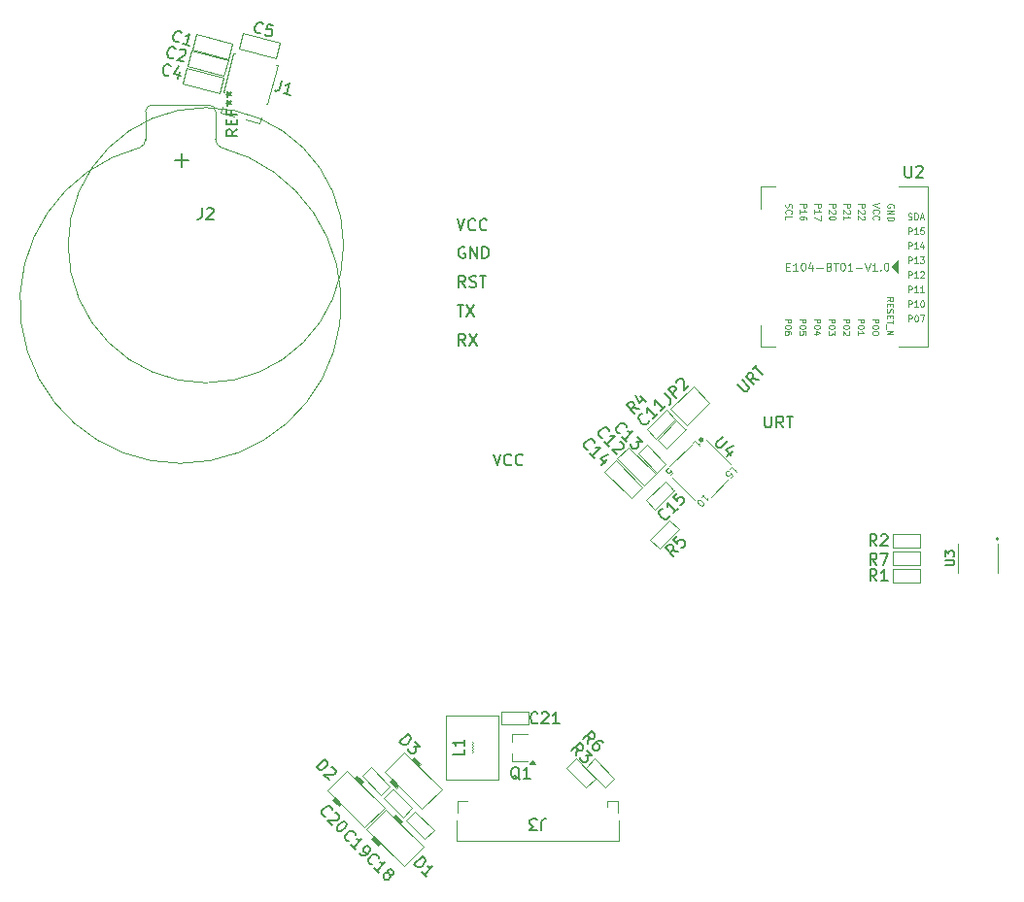
<source format=gbr>
%TF.GenerationSoftware,KiCad,Pcbnew,8.0.6-hq-2-g3d73d9976a*%
%TF.CreationDate,2024-12-24T21:53:32+08:00*%
%TF.ProjectId,DemoBoard_SensorForTemp&Rh_IntegratedWithMCU,44656d6f-426f-4617-9264-5f53656e736f,rev?*%
%TF.SameCoordinates,Original*%
%TF.FileFunction,Legend,Top*%
%TF.FilePolarity,Positive*%
%FSLAX46Y46*%
G04 Gerber Fmt 4.6, Leading zero omitted, Abs format (unit mm)*
G04 Created by KiCad (PCBNEW 8.0.6-hq-2-g3d73d9976a) date 2024-12-24 21:53:32*
%MOMM*%
%LPD*%
G01*
G04 APERTURE LIST*
%ADD10C,0.100000*%
%ADD11C,0.200000*%
%ADD12C,0.150000*%
%ADD13C,0.120000*%
%ADD14C,0.080000*%
%ADD15C,0.070000*%
%ADD16C,0.300000*%
%ADD17C,0.000000*%
G04 APERTURE END LIST*
D10*
X106284100Y-80659400D02*
G75*
G02*
X82281100Y-80659400I-12001500J0D01*
G01*
X82281100Y-80659400D02*
G75*
G02*
X106284100Y-80659400I12001500J0D01*
G01*
D11*
X116844482Y-80829838D02*
X116749244Y-80782219D01*
X116749244Y-80782219D02*
X116606387Y-80782219D01*
X116606387Y-80782219D02*
X116463530Y-80829838D01*
X116463530Y-80829838D02*
X116368292Y-80925076D01*
X116368292Y-80925076D02*
X116320673Y-81020314D01*
X116320673Y-81020314D02*
X116273054Y-81210790D01*
X116273054Y-81210790D02*
X116273054Y-81353647D01*
X116273054Y-81353647D02*
X116320673Y-81544123D01*
X116320673Y-81544123D02*
X116368292Y-81639361D01*
X116368292Y-81639361D02*
X116463530Y-81734600D01*
X116463530Y-81734600D02*
X116606387Y-81782219D01*
X116606387Y-81782219D02*
X116701625Y-81782219D01*
X116701625Y-81782219D02*
X116844482Y-81734600D01*
X116844482Y-81734600D02*
X116892101Y-81686980D01*
X116892101Y-81686980D02*
X116892101Y-81353647D01*
X116892101Y-81353647D02*
X116701625Y-81353647D01*
X117320673Y-81782219D02*
X117320673Y-80782219D01*
X117320673Y-80782219D02*
X117892101Y-81782219D01*
X117892101Y-81782219D02*
X117892101Y-80782219D01*
X118368292Y-81782219D02*
X118368292Y-80782219D01*
X118368292Y-80782219D02*
X118606387Y-80782219D01*
X118606387Y-80782219D02*
X118749244Y-80829838D01*
X118749244Y-80829838D02*
X118844482Y-80925076D01*
X118844482Y-80925076D02*
X118892101Y-81020314D01*
X118892101Y-81020314D02*
X118939720Y-81210790D01*
X118939720Y-81210790D02*
X118939720Y-81353647D01*
X118939720Y-81353647D02*
X118892101Y-81544123D01*
X118892101Y-81544123D02*
X118844482Y-81639361D01*
X118844482Y-81639361D02*
X118749244Y-81734600D01*
X118749244Y-81734600D02*
X118606387Y-81782219D01*
X118606387Y-81782219D02*
X118368292Y-81782219D01*
X116892101Y-84322219D02*
X116558768Y-83846028D01*
X116320673Y-84322219D02*
X116320673Y-83322219D01*
X116320673Y-83322219D02*
X116701625Y-83322219D01*
X116701625Y-83322219D02*
X116796863Y-83369838D01*
X116796863Y-83369838D02*
X116844482Y-83417457D01*
X116844482Y-83417457D02*
X116892101Y-83512695D01*
X116892101Y-83512695D02*
X116892101Y-83655552D01*
X116892101Y-83655552D02*
X116844482Y-83750790D01*
X116844482Y-83750790D02*
X116796863Y-83798409D01*
X116796863Y-83798409D02*
X116701625Y-83846028D01*
X116701625Y-83846028D02*
X116320673Y-83846028D01*
X117273054Y-84274600D02*
X117415911Y-84322219D01*
X117415911Y-84322219D02*
X117654006Y-84322219D01*
X117654006Y-84322219D02*
X117749244Y-84274600D01*
X117749244Y-84274600D02*
X117796863Y-84226980D01*
X117796863Y-84226980D02*
X117844482Y-84131742D01*
X117844482Y-84131742D02*
X117844482Y-84036504D01*
X117844482Y-84036504D02*
X117796863Y-83941266D01*
X117796863Y-83941266D02*
X117749244Y-83893647D01*
X117749244Y-83893647D02*
X117654006Y-83846028D01*
X117654006Y-83846028D02*
X117463530Y-83798409D01*
X117463530Y-83798409D02*
X117368292Y-83750790D01*
X117368292Y-83750790D02*
X117320673Y-83703171D01*
X117320673Y-83703171D02*
X117273054Y-83607933D01*
X117273054Y-83607933D02*
X117273054Y-83512695D01*
X117273054Y-83512695D02*
X117320673Y-83417457D01*
X117320673Y-83417457D02*
X117368292Y-83369838D01*
X117368292Y-83369838D02*
X117463530Y-83322219D01*
X117463530Y-83322219D02*
X117701625Y-83322219D01*
X117701625Y-83322219D02*
X117844482Y-83369838D01*
X118130197Y-83322219D02*
X118701625Y-83322219D01*
X118415911Y-84322219D02*
X118415911Y-83322219D01*
X116177816Y-85862219D02*
X116749244Y-85862219D01*
X116463530Y-86862219D02*
X116463530Y-85862219D01*
X116987340Y-85862219D02*
X117654006Y-86862219D01*
X117654006Y-85862219D02*
X116987340Y-86862219D01*
X116892101Y-89402219D02*
X116558768Y-88926028D01*
X116320673Y-89402219D02*
X116320673Y-88402219D01*
X116320673Y-88402219D02*
X116701625Y-88402219D01*
X116701625Y-88402219D02*
X116796863Y-88449838D01*
X116796863Y-88449838D02*
X116844482Y-88497457D01*
X116844482Y-88497457D02*
X116892101Y-88592695D01*
X116892101Y-88592695D02*
X116892101Y-88735552D01*
X116892101Y-88735552D02*
X116844482Y-88830790D01*
X116844482Y-88830790D02*
X116796863Y-88878409D01*
X116796863Y-88878409D02*
X116701625Y-88926028D01*
X116701625Y-88926028D02*
X116320673Y-88926028D01*
X117225435Y-88402219D02*
X117892101Y-89402219D01*
X117892101Y-88402219D02*
X117225435Y-89402219D01*
X116177816Y-78369219D02*
X116511149Y-79369219D01*
X116511149Y-79369219D02*
X116844482Y-78369219D01*
X117749244Y-79273980D02*
X117701625Y-79321600D01*
X117701625Y-79321600D02*
X117558768Y-79369219D01*
X117558768Y-79369219D02*
X117463530Y-79369219D01*
X117463530Y-79369219D02*
X117320673Y-79321600D01*
X117320673Y-79321600D02*
X117225435Y-79226361D01*
X117225435Y-79226361D02*
X117177816Y-79131123D01*
X117177816Y-79131123D02*
X117130197Y-78940647D01*
X117130197Y-78940647D02*
X117130197Y-78797790D01*
X117130197Y-78797790D02*
X117177816Y-78607314D01*
X117177816Y-78607314D02*
X117225435Y-78512076D01*
X117225435Y-78512076D02*
X117320673Y-78416838D01*
X117320673Y-78416838D02*
X117463530Y-78369219D01*
X117463530Y-78369219D02*
X117558768Y-78369219D01*
X117558768Y-78369219D02*
X117701625Y-78416838D01*
X117701625Y-78416838D02*
X117749244Y-78464457D01*
X118749244Y-79273980D02*
X118701625Y-79321600D01*
X118701625Y-79321600D02*
X118558768Y-79369219D01*
X118558768Y-79369219D02*
X118463530Y-79369219D01*
X118463530Y-79369219D02*
X118320673Y-79321600D01*
X118320673Y-79321600D02*
X118225435Y-79226361D01*
X118225435Y-79226361D02*
X118177816Y-79131123D01*
X118177816Y-79131123D02*
X118130197Y-78940647D01*
X118130197Y-78940647D02*
X118130197Y-78797790D01*
X118130197Y-78797790D02*
X118177816Y-78607314D01*
X118177816Y-78607314D02*
X118225435Y-78512076D01*
X118225435Y-78512076D02*
X118320673Y-78416838D01*
X118320673Y-78416838D02*
X118463530Y-78369219D01*
X118463530Y-78369219D02*
X118558768Y-78369219D01*
X118558768Y-78369219D02*
X118701625Y-78416838D01*
X118701625Y-78416838D02*
X118749244Y-78464457D01*
D12*
X123182142Y-122279580D02*
X123134523Y-122327200D01*
X123134523Y-122327200D02*
X122991666Y-122374819D01*
X122991666Y-122374819D02*
X122896428Y-122374819D01*
X122896428Y-122374819D02*
X122753571Y-122327200D01*
X122753571Y-122327200D02*
X122658333Y-122231961D01*
X122658333Y-122231961D02*
X122610714Y-122136723D01*
X122610714Y-122136723D02*
X122563095Y-121946247D01*
X122563095Y-121946247D02*
X122563095Y-121803390D01*
X122563095Y-121803390D02*
X122610714Y-121612914D01*
X122610714Y-121612914D02*
X122658333Y-121517676D01*
X122658333Y-121517676D02*
X122753571Y-121422438D01*
X122753571Y-121422438D02*
X122896428Y-121374819D01*
X122896428Y-121374819D02*
X122991666Y-121374819D01*
X122991666Y-121374819D02*
X123134523Y-121422438D01*
X123134523Y-121422438D02*
X123182142Y-121470057D01*
X123563095Y-121470057D02*
X123610714Y-121422438D01*
X123610714Y-121422438D02*
X123705952Y-121374819D01*
X123705952Y-121374819D02*
X123944047Y-121374819D01*
X123944047Y-121374819D02*
X124039285Y-121422438D01*
X124039285Y-121422438D02*
X124086904Y-121470057D01*
X124086904Y-121470057D02*
X124134523Y-121565295D01*
X124134523Y-121565295D02*
X124134523Y-121660533D01*
X124134523Y-121660533D02*
X124086904Y-121803390D01*
X124086904Y-121803390D02*
X123515476Y-122374819D01*
X123515476Y-122374819D02*
X124134523Y-122374819D01*
X125086904Y-122374819D02*
X124515476Y-122374819D01*
X124801190Y-122374819D02*
X124801190Y-121374819D01*
X124801190Y-121374819D02*
X124705952Y-121517676D01*
X124705952Y-121517676D02*
X124610714Y-121612914D01*
X124610714Y-121612914D02*
X124515476Y-121660533D01*
X132895693Y-95958830D02*
X132895693Y-96026174D01*
X132895693Y-96026174D02*
X132828349Y-96160861D01*
X132828349Y-96160861D02*
X132761006Y-96228204D01*
X132761006Y-96228204D02*
X132626319Y-96295548D01*
X132626319Y-96295548D02*
X132491632Y-96295548D01*
X132491632Y-96295548D02*
X132390617Y-96261876D01*
X132390617Y-96261876D02*
X132222258Y-96160861D01*
X132222258Y-96160861D02*
X132121243Y-96059846D01*
X132121243Y-96059846D02*
X132020227Y-95891487D01*
X132020227Y-95891487D02*
X131986556Y-95790472D01*
X131986556Y-95790472D02*
X131986556Y-95655785D01*
X131986556Y-95655785D02*
X132053899Y-95521098D01*
X132053899Y-95521098D02*
X132121243Y-95453754D01*
X132121243Y-95453754D02*
X132255930Y-95386411D01*
X132255930Y-95386411D02*
X132323273Y-95386411D01*
X133636471Y-95352739D02*
X133232410Y-95756800D01*
X133434441Y-95554769D02*
X132727334Y-94847663D01*
X132727334Y-94847663D02*
X132761006Y-95016021D01*
X132761006Y-95016021D02*
X132761006Y-95150708D01*
X132761006Y-95150708D02*
X132727334Y-95251724D01*
X134309907Y-94679304D02*
X133905846Y-95083365D01*
X134107876Y-94881334D02*
X133400769Y-94174227D01*
X133400769Y-94174227D02*
X133434441Y-94342586D01*
X133434441Y-94342586D02*
X133434441Y-94477273D01*
X133434441Y-94477273D02*
X133400769Y-94578288D01*
X128831169Y-97462692D02*
X128763825Y-97462692D01*
X128763825Y-97462692D02*
X128629138Y-97395348D01*
X128629138Y-97395348D02*
X128561795Y-97328005D01*
X128561795Y-97328005D02*
X128494451Y-97193318D01*
X128494451Y-97193318D02*
X128494451Y-97058631D01*
X128494451Y-97058631D02*
X128528123Y-96957616D01*
X128528123Y-96957616D02*
X128629138Y-96789257D01*
X128629138Y-96789257D02*
X128730153Y-96688242D01*
X128730153Y-96688242D02*
X128898512Y-96587226D01*
X128898512Y-96587226D02*
X128999527Y-96553555D01*
X128999527Y-96553555D02*
X129134214Y-96553555D01*
X129134214Y-96553555D02*
X129268901Y-96620898D01*
X129268901Y-96620898D02*
X129336245Y-96688242D01*
X129336245Y-96688242D02*
X129403588Y-96822929D01*
X129403588Y-96822929D02*
X129403588Y-96890272D01*
X129437260Y-98203470D02*
X129033199Y-97799409D01*
X129235230Y-98001440D02*
X129942336Y-97294333D01*
X129942336Y-97294333D02*
X129773978Y-97328005D01*
X129773978Y-97328005D02*
X129639291Y-97328005D01*
X129639291Y-97328005D02*
X129538275Y-97294333D01*
X130346398Y-97833081D02*
X130413741Y-97833081D01*
X130413741Y-97833081D02*
X130514756Y-97866753D01*
X130514756Y-97866753D02*
X130683115Y-98035112D01*
X130683115Y-98035112D02*
X130716787Y-98136127D01*
X130716787Y-98136127D02*
X130716787Y-98203471D01*
X130716787Y-98203471D02*
X130683115Y-98304486D01*
X130683115Y-98304486D02*
X130615772Y-98371829D01*
X130615772Y-98371829D02*
X130481085Y-98439173D01*
X130481085Y-98439173D02*
X129672963Y-98439173D01*
X129672963Y-98439173D02*
X130110695Y-98876906D01*
X130355169Y-97081694D02*
X130287825Y-97081694D01*
X130287825Y-97081694D02*
X130153138Y-97014350D01*
X130153138Y-97014350D02*
X130085795Y-96947007D01*
X130085795Y-96947007D02*
X130018451Y-96812320D01*
X130018451Y-96812320D02*
X130018451Y-96677633D01*
X130018451Y-96677633D02*
X130052123Y-96576618D01*
X130052123Y-96576618D02*
X130153138Y-96408259D01*
X130153138Y-96408259D02*
X130254153Y-96307244D01*
X130254153Y-96307244D02*
X130422512Y-96206228D01*
X130422512Y-96206228D02*
X130523527Y-96172557D01*
X130523527Y-96172557D02*
X130658214Y-96172557D01*
X130658214Y-96172557D02*
X130792901Y-96239900D01*
X130792901Y-96239900D02*
X130860245Y-96307244D01*
X130860245Y-96307244D02*
X130927588Y-96441931D01*
X130927588Y-96441931D02*
X130927588Y-96509274D01*
X130961260Y-97822472D02*
X130557199Y-97418411D01*
X130759230Y-97620442D02*
X131466336Y-96913335D01*
X131466336Y-96913335D02*
X131297978Y-96947007D01*
X131297978Y-96947007D02*
X131163291Y-96947007D01*
X131163291Y-96947007D02*
X131062275Y-96913335D01*
X131904069Y-97351068D02*
X132341802Y-97788801D01*
X132341802Y-97788801D02*
X131836726Y-97822473D01*
X131836726Y-97822473D02*
X131937741Y-97923488D01*
X131937741Y-97923488D02*
X131971413Y-98024503D01*
X131971413Y-98024503D02*
X131971413Y-98091847D01*
X131971413Y-98091847D02*
X131937741Y-98192862D01*
X131937741Y-98192862D02*
X131769382Y-98361221D01*
X131769382Y-98361221D02*
X131668367Y-98394892D01*
X131668367Y-98394892D02*
X131601024Y-98394892D01*
X131601024Y-98394892D02*
X131500008Y-98361221D01*
X131500008Y-98361221D02*
X131297978Y-98159190D01*
X131297978Y-98159190D02*
X131264306Y-98058175D01*
X131264306Y-98058175D02*
X131264306Y-97990831D01*
D11*
X93930266Y-77411619D02*
X93930266Y-78125904D01*
X93930266Y-78125904D02*
X93882647Y-78268761D01*
X93882647Y-78268761D02*
X93787409Y-78364000D01*
X93787409Y-78364000D02*
X93644552Y-78411619D01*
X93644552Y-78411619D02*
X93549314Y-78411619D01*
X94358838Y-77506857D02*
X94406457Y-77459238D01*
X94406457Y-77459238D02*
X94501695Y-77411619D01*
X94501695Y-77411619D02*
X94739790Y-77411619D01*
X94739790Y-77411619D02*
X94835028Y-77459238D01*
X94835028Y-77459238D02*
X94882647Y-77506857D01*
X94882647Y-77506857D02*
X94930266Y-77602095D01*
X94930266Y-77602095D02*
X94930266Y-77697333D01*
X94930266Y-77697333D02*
X94882647Y-77840190D01*
X94882647Y-77840190D02*
X94311219Y-78411619D01*
X94311219Y-78411619D02*
X94930266Y-78411619D01*
D12*
X106733169Y-132641694D02*
X106665825Y-132641694D01*
X106665825Y-132641694D02*
X106531138Y-132574350D01*
X106531138Y-132574350D02*
X106463795Y-132507007D01*
X106463795Y-132507007D02*
X106396451Y-132372320D01*
X106396451Y-132372320D02*
X106396451Y-132237633D01*
X106396451Y-132237633D02*
X106430123Y-132136618D01*
X106430123Y-132136618D02*
X106531138Y-131968259D01*
X106531138Y-131968259D02*
X106632153Y-131867244D01*
X106632153Y-131867244D02*
X106800512Y-131766228D01*
X106800512Y-131766228D02*
X106901527Y-131732557D01*
X106901527Y-131732557D02*
X107036214Y-131732557D01*
X107036214Y-131732557D02*
X107170901Y-131799900D01*
X107170901Y-131799900D02*
X107238245Y-131867244D01*
X107238245Y-131867244D02*
X107305588Y-132001931D01*
X107305588Y-132001931D02*
X107305588Y-132069274D01*
X107339260Y-133382472D02*
X106935199Y-132978411D01*
X107137230Y-133180442D02*
X107844336Y-132473335D01*
X107844336Y-132473335D02*
X107675978Y-132507007D01*
X107675978Y-132507007D02*
X107541291Y-132507007D01*
X107541291Y-132507007D02*
X107440275Y-132473335D01*
X107675978Y-133719190D02*
X107810665Y-133853877D01*
X107810665Y-133853877D02*
X107911680Y-133887549D01*
X107911680Y-133887549D02*
X107979024Y-133887549D01*
X107979024Y-133887549D02*
X108147382Y-133853877D01*
X108147382Y-133853877D02*
X108315741Y-133752862D01*
X108315741Y-133752862D02*
X108585115Y-133483488D01*
X108585115Y-133483488D02*
X108618787Y-133382473D01*
X108618787Y-133382473D02*
X108618787Y-133315129D01*
X108618787Y-133315129D02*
X108585115Y-133214114D01*
X108585115Y-133214114D02*
X108450428Y-133079427D01*
X108450428Y-133079427D02*
X108349413Y-133045755D01*
X108349413Y-133045755D02*
X108282069Y-133045755D01*
X108282069Y-133045755D02*
X108181054Y-133079427D01*
X108181054Y-133079427D02*
X108012695Y-133247786D01*
X108012695Y-133247786D02*
X107979024Y-133348801D01*
X107979024Y-133348801D02*
X107979024Y-133416144D01*
X107979024Y-133416144D02*
X108012695Y-133517160D01*
X108012695Y-133517160D02*
X108147382Y-133651847D01*
X108147382Y-133651847D02*
X108248398Y-133685518D01*
X108248398Y-133685518D02*
X108315741Y-133685518D01*
X108315741Y-133685518D02*
X108416756Y-133651847D01*
X121620761Y-127260057D02*
X121525523Y-127212438D01*
X121525523Y-127212438D02*
X121430285Y-127117200D01*
X121430285Y-127117200D02*
X121287428Y-126974342D01*
X121287428Y-126974342D02*
X121192190Y-126926723D01*
X121192190Y-126926723D02*
X121096952Y-126926723D01*
X121144571Y-127164819D02*
X121049333Y-127117200D01*
X121049333Y-127117200D02*
X120954095Y-127021961D01*
X120954095Y-127021961D02*
X120906476Y-126831485D01*
X120906476Y-126831485D02*
X120906476Y-126498152D01*
X120906476Y-126498152D02*
X120954095Y-126307676D01*
X120954095Y-126307676D02*
X121049333Y-126212438D01*
X121049333Y-126212438D02*
X121144571Y-126164819D01*
X121144571Y-126164819D02*
X121335047Y-126164819D01*
X121335047Y-126164819D02*
X121430285Y-126212438D01*
X121430285Y-126212438D02*
X121525523Y-126307676D01*
X121525523Y-126307676D02*
X121573142Y-126498152D01*
X121573142Y-126498152D02*
X121573142Y-126831485D01*
X121573142Y-126831485D02*
X121525523Y-127021961D01*
X121525523Y-127021961D02*
X121430285Y-127117200D01*
X121430285Y-127117200D02*
X121335047Y-127164819D01*
X121335047Y-127164819D02*
X121144571Y-127164819D01*
X122525523Y-127164819D02*
X121954095Y-127164819D01*
X122239809Y-127164819D02*
X122239809Y-126164819D01*
X122239809Y-126164819D02*
X122144571Y-126307676D01*
X122144571Y-126307676D02*
X122049333Y-126402914D01*
X122049333Y-126402914D02*
X121954095Y-126450533D01*
X112440482Y-134673692D02*
X113147589Y-133966586D01*
X113147589Y-133966586D02*
X113315948Y-134134944D01*
X113315948Y-134134944D02*
X113383291Y-134269631D01*
X113383291Y-134269631D02*
X113383291Y-134404318D01*
X113383291Y-134404318D02*
X113349619Y-134505334D01*
X113349619Y-134505334D02*
X113248604Y-134673692D01*
X113248604Y-134673692D02*
X113147589Y-134774708D01*
X113147589Y-134774708D02*
X112979230Y-134875723D01*
X112979230Y-134875723D02*
X112878215Y-134909395D01*
X112878215Y-134909395D02*
X112743528Y-134909395D01*
X112743528Y-134909395D02*
X112608841Y-134842051D01*
X112608841Y-134842051D02*
X112440482Y-134673692D01*
X113517978Y-135751188D02*
X113113917Y-135347127D01*
X113315948Y-135549158D02*
X114023054Y-134842051D01*
X114023054Y-134842051D02*
X113854696Y-134875723D01*
X113854696Y-134875723D02*
X113720009Y-134875723D01*
X113720009Y-134875723D02*
X113618993Y-134842051D01*
X108765169Y-134673693D02*
X108697825Y-134673693D01*
X108697825Y-134673693D02*
X108563138Y-134606349D01*
X108563138Y-134606349D02*
X108495795Y-134539006D01*
X108495795Y-134539006D02*
X108428451Y-134404319D01*
X108428451Y-134404319D02*
X108428451Y-134269632D01*
X108428451Y-134269632D02*
X108462123Y-134168617D01*
X108462123Y-134168617D02*
X108563138Y-134000258D01*
X108563138Y-134000258D02*
X108664153Y-133899243D01*
X108664153Y-133899243D02*
X108832512Y-133798227D01*
X108832512Y-133798227D02*
X108933527Y-133764556D01*
X108933527Y-133764556D02*
X109068214Y-133764556D01*
X109068214Y-133764556D02*
X109202901Y-133831899D01*
X109202901Y-133831899D02*
X109270245Y-133899243D01*
X109270245Y-133899243D02*
X109337588Y-134033930D01*
X109337588Y-134033930D02*
X109337588Y-134101273D01*
X109371260Y-135414471D02*
X108967199Y-135010410D01*
X109169230Y-135212441D02*
X109876336Y-134505334D01*
X109876336Y-134505334D02*
X109707978Y-134539006D01*
X109707978Y-134539006D02*
X109573291Y-134539006D01*
X109573291Y-134539006D02*
X109472275Y-134505334D01*
X110179382Y-135414472D02*
X110145711Y-135313456D01*
X110145711Y-135313456D02*
X110145711Y-135246113D01*
X110145711Y-135246113D02*
X110179382Y-135145098D01*
X110179382Y-135145098D02*
X110213054Y-135111426D01*
X110213054Y-135111426D02*
X110314069Y-135077754D01*
X110314069Y-135077754D02*
X110381413Y-135077754D01*
X110381413Y-135077754D02*
X110482428Y-135111426D01*
X110482428Y-135111426D02*
X110617115Y-135246113D01*
X110617115Y-135246113D02*
X110650787Y-135347128D01*
X110650787Y-135347128D02*
X110650787Y-135414472D01*
X110650787Y-135414472D02*
X110617115Y-135515487D01*
X110617115Y-135515487D02*
X110583443Y-135549159D01*
X110583443Y-135549159D02*
X110482428Y-135582830D01*
X110482428Y-135582830D02*
X110415085Y-135582830D01*
X110415085Y-135582830D02*
X110314069Y-135549159D01*
X110314069Y-135549159D02*
X110179382Y-135414472D01*
X110179382Y-135414472D02*
X110078367Y-135380800D01*
X110078367Y-135380800D02*
X110011024Y-135380800D01*
X110011024Y-135380800D02*
X109910008Y-135414472D01*
X109910008Y-135414472D02*
X109775321Y-135549159D01*
X109775321Y-135549159D02*
X109741650Y-135650174D01*
X109741650Y-135650174D02*
X109741650Y-135717517D01*
X109741650Y-135717517D02*
X109775321Y-135818533D01*
X109775321Y-135818533D02*
X109910008Y-135953220D01*
X109910008Y-135953220D02*
X110011024Y-135986891D01*
X110011024Y-135986891D02*
X110078367Y-135986891D01*
X110078367Y-135986891D02*
X110179382Y-135953220D01*
X110179382Y-135953220D02*
X110314069Y-135818533D01*
X110314069Y-135818533D02*
X110347741Y-135717517D01*
X110347741Y-135717517D02*
X110347741Y-135650174D01*
X110347741Y-135650174D02*
X110314069Y-135549159D01*
X152741333Y-106880819D02*
X152408000Y-106404628D01*
X152169905Y-106880819D02*
X152169905Y-105880819D01*
X152169905Y-105880819D02*
X152550857Y-105880819D01*
X152550857Y-105880819D02*
X152646095Y-105928438D01*
X152646095Y-105928438D02*
X152693714Y-105976057D01*
X152693714Y-105976057D02*
X152741333Y-106071295D01*
X152741333Y-106071295D02*
X152741333Y-106214152D01*
X152741333Y-106214152D02*
X152693714Y-106309390D01*
X152693714Y-106309390D02*
X152646095Y-106357009D01*
X152646095Y-106357009D02*
X152550857Y-106404628D01*
X152550857Y-106404628D02*
X152169905Y-106404628D01*
X153122286Y-105976057D02*
X153169905Y-105928438D01*
X153169905Y-105928438D02*
X153265143Y-105880819D01*
X153265143Y-105880819D02*
X153503238Y-105880819D01*
X153503238Y-105880819D02*
X153598476Y-105928438D01*
X153598476Y-105928438D02*
X153646095Y-105976057D01*
X153646095Y-105976057D02*
X153693714Y-106071295D01*
X153693714Y-106071295D02*
X153693714Y-106166533D01*
X153693714Y-106166533D02*
X153646095Y-106309390D01*
X153646095Y-106309390D02*
X153074667Y-106880819D01*
X153074667Y-106880819D02*
X153693714Y-106880819D01*
X132029754Y-94927456D02*
X131457335Y-94826441D01*
X131625693Y-95331517D02*
X130918587Y-94624410D01*
X130918587Y-94624410D02*
X131187961Y-94355036D01*
X131187961Y-94355036D02*
X131288976Y-94321364D01*
X131288976Y-94321364D02*
X131356319Y-94321364D01*
X131356319Y-94321364D02*
X131457335Y-94355036D01*
X131457335Y-94355036D02*
X131558350Y-94456051D01*
X131558350Y-94456051D02*
X131592022Y-94557067D01*
X131592022Y-94557067D02*
X131592022Y-94624410D01*
X131592022Y-94624410D02*
X131558350Y-94725425D01*
X131558350Y-94725425D02*
X131288976Y-94994799D01*
X132164441Y-93849960D02*
X132635846Y-94321364D01*
X131726709Y-93748945D02*
X132063426Y-94422380D01*
X132063426Y-94422380D02*
X132501159Y-93984647D01*
D11*
X100911800Y-66313611D02*
X100726929Y-67003558D01*
X100726929Y-67003558D02*
X100643959Y-67129222D01*
X100643959Y-67129222D02*
X100527316Y-67196566D01*
X100527316Y-67196566D02*
X100377002Y-67205588D01*
X100377002Y-67205588D02*
X100285009Y-67180939D01*
X101618907Y-67538356D02*
X101066950Y-67390459D01*
X101342928Y-67464407D02*
X101601747Y-66498481D01*
X101601747Y-66498481D02*
X101472780Y-66611821D01*
X101472780Y-66611821D02*
X101356138Y-66679165D01*
X101356138Y-66679165D02*
X101251820Y-66700512D01*
D12*
X116786819Y-124631666D02*
X116786819Y-125107856D01*
X116786819Y-125107856D02*
X115786819Y-125107856D01*
X116786819Y-123774523D02*
X116786819Y-124345951D01*
X116786819Y-124060237D02*
X115786819Y-124060237D01*
X115786819Y-124060237D02*
X115929676Y-124155475D01*
X115929676Y-124155475D02*
X116024914Y-124250713D01*
X116024914Y-124250713D02*
X116072533Y-124345951D01*
X152741333Y-109928819D02*
X152408000Y-109452628D01*
X152169905Y-109928819D02*
X152169905Y-108928819D01*
X152169905Y-108928819D02*
X152550857Y-108928819D01*
X152550857Y-108928819D02*
X152646095Y-108976438D01*
X152646095Y-108976438D02*
X152693714Y-109024057D01*
X152693714Y-109024057D02*
X152741333Y-109119295D01*
X152741333Y-109119295D02*
X152741333Y-109262152D01*
X152741333Y-109262152D02*
X152693714Y-109357390D01*
X152693714Y-109357390D02*
X152646095Y-109405009D01*
X152646095Y-109405009D02*
X152550857Y-109452628D01*
X152550857Y-109452628D02*
X152169905Y-109452628D01*
X153693714Y-109928819D02*
X153122286Y-109928819D01*
X153408000Y-109928819D02*
X153408000Y-108928819D01*
X153408000Y-108928819D02*
X153312762Y-109071676D01*
X153312762Y-109071676D02*
X153217524Y-109166914D01*
X153217524Y-109166914D02*
X153122286Y-109214533D01*
X134222614Y-93591773D02*
X134727690Y-94096849D01*
X134727690Y-94096849D02*
X134795033Y-94231536D01*
X134795033Y-94231536D02*
X134795033Y-94366223D01*
X134795033Y-94366223D02*
X134727690Y-94500910D01*
X134727690Y-94500910D02*
X134660346Y-94568254D01*
X135266438Y-93962162D02*
X134559331Y-93255055D01*
X134559331Y-93255055D02*
X134828705Y-92985681D01*
X134828705Y-92985681D02*
X134929721Y-92952010D01*
X134929721Y-92952010D02*
X134997064Y-92952010D01*
X134997064Y-92952010D02*
X135098079Y-92985681D01*
X135098079Y-92985681D02*
X135199095Y-93086697D01*
X135199095Y-93086697D02*
X135232766Y-93187712D01*
X135232766Y-93187712D02*
X135232766Y-93255055D01*
X135232766Y-93255055D02*
X135199095Y-93356071D01*
X135199095Y-93356071D02*
X134929721Y-93625445D01*
X135300110Y-92648964D02*
X135300110Y-92581620D01*
X135300110Y-92581620D02*
X135333782Y-92480605D01*
X135333782Y-92480605D02*
X135502140Y-92312246D01*
X135502140Y-92312246D02*
X135603156Y-92278575D01*
X135603156Y-92278575D02*
X135670499Y-92278575D01*
X135670499Y-92278575D02*
X135771514Y-92312246D01*
X135771514Y-92312246D02*
X135838858Y-92379590D01*
X135838858Y-92379590D02*
X135906201Y-92514277D01*
X135906201Y-92514277D02*
X135906201Y-93322399D01*
X135906201Y-93322399D02*
X136343934Y-92884666D01*
D11*
X140583202Y-92830118D02*
X141155622Y-93402538D01*
X141155622Y-93402538D02*
X141256637Y-93436209D01*
X141256637Y-93436209D02*
X141323980Y-93436209D01*
X141323980Y-93436209D02*
X141424996Y-93402538D01*
X141424996Y-93402538D02*
X141559683Y-93267851D01*
X141559683Y-93267851D02*
X141593354Y-93166835D01*
X141593354Y-93166835D02*
X141593354Y-93099492D01*
X141593354Y-93099492D02*
X141559683Y-92998477D01*
X141559683Y-92998477D02*
X140987263Y-92426057D01*
X142435148Y-92392385D02*
X141862728Y-92291370D01*
X142031087Y-92796446D02*
X141323980Y-92089339D01*
X141323980Y-92089339D02*
X141593354Y-91819965D01*
X141593354Y-91819965D02*
X141694370Y-91786294D01*
X141694370Y-91786294D02*
X141761713Y-91786294D01*
X141761713Y-91786294D02*
X141862728Y-91819965D01*
X141862728Y-91819965D02*
X141963744Y-91920981D01*
X141963744Y-91920981D02*
X141997415Y-92021996D01*
X141997415Y-92021996D02*
X141997415Y-92089339D01*
X141997415Y-92089339D02*
X141963744Y-92190355D01*
X141963744Y-92190355D02*
X141694370Y-92459729D01*
X141930072Y-91483248D02*
X142334133Y-91079187D01*
X142839209Y-91988324D02*
X142132102Y-91281217D01*
D12*
X99059946Y-62153192D02*
X99001625Y-62186863D01*
X99001625Y-62186863D02*
X98851311Y-62195886D01*
X98851311Y-62195886D02*
X98759318Y-62171236D01*
X98759318Y-62171236D02*
X98633653Y-62088266D01*
X98633653Y-62088266D02*
X98566309Y-61971623D01*
X98566309Y-61971623D02*
X98544962Y-61867306D01*
X98544962Y-61867306D02*
X98548265Y-61670995D01*
X98548265Y-61670995D02*
X98585239Y-61533006D01*
X98585239Y-61533006D02*
X98680534Y-61361344D01*
X98680534Y-61361344D02*
X98751180Y-61281676D01*
X98751180Y-61281676D02*
X98867823Y-61214333D01*
X98867823Y-61214333D02*
X99018137Y-61205310D01*
X99018137Y-61205310D02*
X99110130Y-61229960D01*
X99110130Y-61229960D02*
X99235794Y-61312931D01*
X99235794Y-61312931D02*
X99269466Y-61371252D01*
X100168048Y-61513428D02*
X99708084Y-61390181D01*
X99708084Y-61390181D02*
X99538840Y-61837821D01*
X99538840Y-61837821D02*
X99597161Y-61804149D01*
X99597161Y-61804149D02*
X99701479Y-61782802D01*
X99701479Y-61782802D02*
X99931461Y-61844426D01*
X99931461Y-61844426D02*
X100011130Y-61915072D01*
X100011130Y-61915072D02*
X100044801Y-61973393D01*
X100044801Y-61973393D02*
X100066148Y-62077711D01*
X100066148Y-62077711D02*
X100004525Y-62307693D01*
X100004525Y-62307693D02*
X99933879Y-62387361D01*
X99933879Y-62387361D02*
X99875558Y-62421033D01*
X99875558Y-62421033D02*
X99771240Y-62442380D01*
X99771240Y-62442380D02*
X99541258Y-62380756D01*
X99541258Y-62380756D02*
X99461589Y-62310111D01*
X99461589Y-62310111D02*
X99427918Y-62251789D01*
X104701169Y-130482693D02*
X104633825Y-130482693D01*
X104633825Y-130482693D02*
X104499138Y-130415349D01*
X104499138Y-130415349D02*
X104431795Y-130348006D01*
X104431795Y-130348006D02*
X104364451Y-130213319D01*
X104364451Y-130213319D02*
X104364451Y-130078632D01*
X104364451Y-130078632D02*
X104398123Y-129977617D01*
X104398123Y-129977617D02*
X104499138Y-129809258D01*
X104499138Y-129809258D02*
X104600153Y-129708243D01*
X104600153Y-129708243D02*
X104768512Y-129607227D01*
X104768512Y-129607227D02*
X104869527Y-129573556D01*
X104869527Y-129573556D02*
X105004214Y-129573556D01*
X105004214Y-129573556D02*
X105138901Y-129640899D01*
X105138901Y-129640899D02*
X105206245Y-129708243D01*
X105206245Y-129708243D02*
X105273588Y-129842930D01*
X105273588Y-129842930D02*
X105273588Y-129910273D01*
X105542962Y-130179647D02*
X105610306Y-130179647D01*
X105610306Y-130179647D02*
X105711321Y-130213319D01*
X105711321Y-130213319D02*
X105879680Y-130381678D01*
X105879680Y-130381678D02*
X105913352Y-130482693D01*
X105913352Y-130482693D02*
X105913352Y-130550036D01*
X105913352Y-130550036D02*
X105879680Y-130651052D01*
X105879680Y-130651052D02*
X105812336Y-130718395D01*
X105812336Y-130718395D02*
X105677649Y-130785739D01*
X105677649Y-130785739D02*
X104869527Y-130785739D01*
X104869527Y-130785739D02*
X105307260Y-131223471D01*
X106452100Y-130954098D02*
X106519443Y-131021441D01*
X106519443Y-131021441D02*
X106553115Y-131122456D01*
X106553115Y-131122456D02*
X106553115Y-131189800D01*
X106553115Y-131189800D02*
X106519443Y-131290815D01*
X106519443Y-131290815D02*
X106418428Y-131459174D01*
X106418428Y-131459174D02*
X106250069Y-131627533D01*
X106250069Y-131627533D02*
X106081711Y-131728548D01*
X106081711Y-131728548D02*
X105980695Y-131762220D01*
X105980695Y-131762220D02*
X105913352Y-131762220D01*
X105913352Y-131762220D02*
X105812337Y-131728548D01*
X105812337Y-131728548D02*
X105744993Y-131661204D01*
X105744993Y-131661204D02*
X105711321Y-131560189D01*
X105711321Y-131560189D02*
X105711321Y-131492846D01*
X105711321Y-131492846D02*
X105744993Y-131391830D01*
X105744993Y-131391830D02*
X105846008Y-131223472D01*
X105846008Y-131223472D02*
X106014367Y-131055113D01*
X106014367Y-131055113D02*
X106182726Y-130954098D01*
X106182726Y-130954098D02*
X106283741Y-130920426D01*
X106283741Y-130920426D02*
X106351085Y-130920426D01*
X106351085Y-130920426D02*
X106452100Y-130954098D01*
X103931482Y-126164693D02*
X104638589Y-125457587D01*
X104638589Y-125457587D02*
X104806948Y-125625945D01*
X104806948Y-125625945D02*
X104874291Y-125760632D01*
X104874291Y-125760632D02*
X104874291Y-125895319D01*
X104874291Y-125895319D02*
X104840619Y-125996335D01*
X104840619Y-125996335D02*
X104739604Y-126164693D01*
X104739604Y-126164693D02*
X104638589Y-126265709D01*
X104638589Y-126265709D02*
X104470230Y-126366724D01*
X104470230Y-126366724D02*
X104369215Y-126400396D01*
X104369215Y-126400396D02*
X104234528Y-126400396D01*
X104234528Y-126400396D02*
X104099841Y-126333052D01*
X104099841Y-126333052D02*
X103931482Y-126164693D01*
X105244680Y-126198365D02*
X105312024Y-126198365D01*
X105312024Y-126198365D02*
X105413039Y-126232037D01*
X105413039Y-126232037D02*
X105581398Y-126400396D01*
X105581398Y-126400396D02*
X105615070Y-126501411D01*
X105615070Y-126501411D02*
X105615070Y-126568754D01*
X105615070Y-126568754D02*
X105581398Y-126669770D01*
X105581398Y-126669770D02*
X105514054Y-126737113D01*
X105514054Y-126737113D02*
X105379367Y-126804457D01*
X105379367Y-126804457D02*
X104571245Y-126804457D01*
X104571245Y-126804457D02*
X105008978Y-127242189D01*
X127576543Y-124155754D02*
X127677558Y-123583335D01*
X127172482Y-123751693D02*
X127879589Y-123044587D01*
X127879589Y-123044587D02*
X128148963Y-123313961D01*
X128148963Y-123313961D02*
X128182635Y-123414976D01*
X128182635Y-123414976D02*
X128182635Y-123482319D01*
X128182635Y-123482319D02*
X128148963Y-123583335D01*
X128148963Y-123583335D02*
X128047948Y-123684350D01*
X128047948Y-123684350D02*
X127946932Y-123718022D01*
X127946932Y-123718022D02*
X127879589Y-123718022D01*
X127879589Y-123718022D02*
X127778574Y-123684350D01*
X127778574Y-123684350D02*
X127509200Y-123414976D01*
X128889741Y-124054739D02*
X128755054Y-123920052D01*
X128755054Y-123920052D02*
X128654039Y-123886380D01*
X128654039Y-123886380D02*
X128586696Y-123886380D01*
X128586696Y-123886380D02*
X128418337Y-123920052D01*
X128418337Y-123920052D02*
X128249978Y-124021067D01*
X128249978Y-124021067D02*
X127980604Y-124290441D01*
X127980604Y-124290441D02*
X127946932Y-124391457D01*
X127946932Y-124391457D02*
X127946932Y-124458800D01*
X127946932Y-124458800D02*
X127980604Y-124559815D01*
X127980604Y-124559815D02*
X128115291Y-124694502D01*
X128115291Y-124694502D02*
X128216306Y-124728174D01*
X128216306Y-124728174D02*
X128283650Y-124728174D01*
X128283650Y-124728174D02*
X128384665Y-124694502D01*
X128384665Y-124694502D02*
X128553024Y-124526144D01*
X128553024Y-124526144D02*
X128586696Y-124425128D01*
X128586696Y-124425128D02*
X128586696Y-124357785D01*
X128586696Y-124357785D02*
X128553024Y-124256770D01*
X128553024Y-124256770D02*
X128418337Y-124122083D01*
X128418337Y-124122083D02*
X128317322Y-124088411D01*
X128317322Y-124088411D02*
X128249978Y-124088411D01*
X128249978Y-124088411D02*
X128148963Y-124122083D01*
X134673693Y-104213830D02*
X134673693Y-104281174D01*
X134673693Y-104281174D02*
X134606349Y-104415861D01*
X134606349Y-104415861D02*
X134539006Y-104483204D01*
X134539006Y-104483204D02*
X134404319Y-104550548D01*
X134404319Y-104550548D02*
X134269632Y-104550548D01*
X134269632Y-104550548D02*
X134168617Y-104516876D01*
X134168617Y-104516876D02*
X134000258Y-104415861D01*
X134000258Y-104415861D02*
X133899243Y-104314846D01*
X133899243Y-104314846D02*
X133798227Y-104146487D01*
X133798227Y-104146487D02*
X133764556Y-104045472D01*
X133764556Y-104045472D02*
X133764556Y-103910785D01*
X133764556Y-103910785D02*
X133831899Y-103776098D01*
X133831899Y-103776098D02*
X133899243Y-103708754D01*
X133899243Y-103708754D02*
X134033930Y-103641411D01*
X134033930Y-103641411D02*
X134101273Y-103641411D01*
X135414471Y-103607739D02*
X135010410Y-104011800D01*
X135212441Y-103809769D02*
X134505334Y-103102663D01*
X134505334Y-103102663D02*
X134539006Y-103271021D01*
X134539006Y-103271021D02*
X134539006Y-103405708D01*
X134539006Y-103405708D02*
X134505334Y-103506724D01*
X135347128Y-102260869D02*
X135010410Y-102597586D01*
X135010410Y-102597586D02*
X135313456Y-102967975D01*
X135313456Y-102967975D02*
X135313456Y-102900632D01*
X135313456Y-102900632D02*
X135347128Y-102799617D01*
X135347128Y-102799617D02*
X135515487Y-102631258D01*
X135515487Y-102631258D02*
X135616502Y-102597586D01*
X135616502Y-102597586D02*
X135683846Y-102597586D01*
X135683846Y-102597586D02*
X135784861Y-102631258D01*
X135784861Y-102631258D02*
X135953220Y-102799617D01*
X135953220Y-102799617D02*
X135986891Y-102900632D01*
X135986891Y-102900632D02*
X135986891Y-102967975D01*
X135986891Y-102967975D02*
X135953220Y-103068991D01*
X135953220Y-103068991D02*
X135784861Y-103237349D01*
X135784861Y-103237349D02*
X135683846Y-103271021D01*
X135683846Y-103271021D02*
X135616502Y-103271021D01*
X91947946Y-62915192D02*
X91889625Y-62948863D01*
X91889625Y-62948863D02*
X91739311Y-62957886D01*
X91739311Y-62957886D02*
X91647318Y-62933236D01*
X91647318Y-62933236D02*
X91521653Y-62850266D01*
X91521653Y-62850266D02*
X91454309Y-62733623D01*
X91454309Y-62733623D02*
X91432962Y-62629306D01*
X91432962Y-62629306D02*
X91436265Y-62432995D01*
X91436265Y-62432995D02*
X91473239Y-62295006D01*
X91473239Y-62295006D02*
X91568534Y-62123344D01*
X91568534Y-62123344D02*
X91639180Y-62043676D01*
X91639180Y-62043676D02*
X91755823Y-61976333D01*
X91755823Y-61976333D02*
X91906137Y-61967310D01*
X91906137Y-61967310D02*
X91998130Y-61991960D01*
X91998130Y-61991960D02*
X92123794Y-62074931D01*
X92123794Y-62074931D02*
X92157466Y-62133252D01*
X92843226Y-63253679D02*
X92291268Y-63105782D01*
X92567247Y-63179731D02*
X92826066Y-62213805D01*
X92826066Y-62213805D02*
X92697099Y-62327145D01*
X92697099Y-62327145D02*
X92580457Y-62394488D01*
X92580457Y-62394488D02*
X92476139Y-62415835D01*
X111170482Y-124005693D02*
X111877589Y-123298587D01*
X111877589Y-123298587D02*
X112045948Y-123466945D01*
X112045948Y-123466945D02*
X112113291Y-123601632D01*
X112113291Y-123601632D02*
X112113291Y-123736319D01*
X112113291Y-123736319D02*
X112079619Y-123837335D01*
X112079619Y-123837335D02*
X111978604Y-124005693D01*
X111978604Y-124005693D02*
X111877589Y-124106709D01*
X111877589Y-124106709D02*
X111709230Y-124207724D01*
X111709230Y-124207724D02*
X111608215Y-124241396D01*
X111608215Y-124241396D02*
X111473528Y-124241396D01*
X111473528Y-124241396D02*
X111338841Y-124174052D01*
X111338841Y-124174052D02*
X111170482Y-124005693D01*
X112517352Y-123938350D02*
X112955085Y-124376083D01*
X112955085Y-124376083D02*
X112450009Y-124409754D01*
X112450009Y-124409754D02*
X112551024Y-124510770D01*
X112551024Y-124510770D02*
X112584696Y-124611785D01*
X112584696Y-124611785D02*
X112584696Y-124679128D01*
X112584696Y-124679128D02*
X112551024Y-124780144D01*
X112551024Y-124780144D02*
X112382665Y-124948502D01*
X112382665Y-124948502D02*
X112281650Y-124982174D01*
X112281650Y-124982174D02*
X112214306Y-124982174D01*
X112214306Y-124982174D02*
X112113291Y-124948502D01*
X112113291Y-124948502D02*
X111911261Y-124746472D01*
X111911261Y-124746472D02*
X111877589Y-124645457D01*
X111877589Y-124645457D02*
X111877589Y-124578113D01*
X126560543Y-125171754D02*
X126661558Y-124599335D01*
X126156482Y-124767693D02*
X126863589Y-124060587D01*
X126863589Y-124060587D02*
X127132963Y-124329961D01*
X127132963Y-124329961D02*
X127166635Y-124430976D01*
X127166635Y-124430976D02*
X127166635Y-124498319D01*
X127166635Y-124498319D02*
X127132963Y-124599335D01*
X127132963Y-124599335D02*
X127031948Y-124700350D01*
X127031948Y-124700350D02*
X126930932Y-124734022D01*
X126930932Y-124734022D02*
X126863589Y-124734022D01*
X126863589Y-124734022D02*
X126762574Y-124700350D01*
X126762574Y-124700350D02*
X126493200Y-124430976D01*
X127503352Y-124700350D02*
X127941085Y-125138083D01*
X127941085Y-125138083D02*
X127436009Y-125171754D01*
X127436009Y-125171754D02*
X127537024Y-125272770D01*
X127537024Y-125272770D02*
X127570696Y-125373785D01*
X127570696Y-125373785D02*
X127570696Y-125441128D01*
X127570696Y-125441128D02*
X127537024Y-125542144D01*
X127537024Y-125542144D02*
X127368665Y-125710502D01*
X127368665Y-125710502D02*
X127267650Y-125744174D01*
X127267650Y-125744174D02*
X127200306Y-125744174D01*
X127200306Y-125744174D02*
X127099291Y-125710502D01*
X127099291Y-125710502D02*
X126897261Y-125508472D01*
X126897261Y-125508472D02*
X126863589Y-125407457D01*
X126863589Y-125407457D02*
X126863589Y-125340113D01*
X91058946Y-65836192D02*
X91000625Y-65869863D01*
X91000625Y-65869863D02*
X90850311Y-65878886D01*
X90850311Y-65878886D02*
X90758318Y-65854236D01*
X90758318Y-65854236D02*
X90632653Y-65771266D01*
X90632653Y-65771266D02*
X90565309Y-65654623D01*
X90565309Y-65654623D02*
X90543962Y-65550306D01*
X90543962Y-65550306D02*
X90547265Y-65353995D01*
X90547265Y-65353995D02*
X90584239Y-65216006D01*
X90584239Y-65216006D02*
X90679534Y-65044344D01*
X90679534Y-65044344D02*
X90750180Y-64964676D01*
X90750180Y-64964676D02*
X90866823Y-64897333D01*
X90866823Y-64897333D02*
X91017137Y-64888310D01*
X91017137Y-64888310D02*
X91109130Y-64912960D01*
X91109130Y-64912960D02*
X91234794Y-64995931D01*
X91234794Y-64995931D02*
X91268466Y-65054252D01*
X92034779Y-65506079D02*
X91862233Y-66150029D01*
X91903394Y-65076484D02*
X91488541Y-65704807D01*
X91488541Y-65704807D02*
X92086495Y-65865028D01*
D11*
X142978333Y-95573168D02*
X142978333Y-96382691D01*
X142978333Y-96382691D02*
X143025952Y-96477929D01*
X143025952Y-96477929D02*
X143073571Y-96525549D01*
X143073571Y-96525549D02*
X143168809Y-96573168D01*
X143168809Y-96573168D02*
X143359285Y-96573168D01*
X143359285Y-96573168D02*
X143454523Y-96525549D01*
X143454523Y-96525549D02*
X143502142Y-96477929D01*
X143502142Y-96477929D02*
X143549761Y-96382691D01*
X143549761Y-96382691D02*
X143549761Y-95573168D01*
X144597380Y-96573168D02*
X144264047Y-96096977D01*
X144025952Y-96573168D02*
X144025952Y-95573168D01*
X144025952Y-95573168D02*
X144406904Y-95573168D01*
X144406904Y-95573168D02*
X144502142Y-95620787D01*
X144502142Y-95620787D02*
X144549761Y-95668406D01*
X144549761Y-95668406D02*
X144597380Y-95763644D01*
X144597380Y-95763644D02*
X144597380Y-95906501D01*
X144597380Y-95906501D02*
X144549761Y-96001739D01*
X144549761Y-96001739D02*
X144502142Y-96049358D01*
X144502142Y-96049358D02*
X144406904Y-96096977D01*
X144406904Y-96096977D02*
X144025952Y-96096977D01*
X144883095Y-95573168D02*
X145454523Y-95573168D01*
X145168809Y-96573168D02*
X145168809Y-95573168D01*
D12*
X91439946Y-64312192D02*
X91381625Y-64345863D01*
X91381625Y-64345863D02*
X91231311Y-64354886D01*
X91231311Y-64354886D02*
X91139318Y-64330236D01*
X91139318Y-64330236D02*
X91013653Y-64247266D01*
X91013653Y-64247266D02*
X90946309Y-64130623D01*
X90946309Y-64130623D02*
X90924962Y-64026306D01*
X90924962Y-64026306D02*
X90928265Y-63829995D01*
X90928265Y-63829995D02*
X90965239Y-63692006D01*
X90965239Y-63692006D02*
X91060534Y-63520344D01*
X91060534Y-63520344D02*
X91131180Y-63440676D01*
X91131180Y-63440676D02*
X91247823Y-63373333D01*
X91247823Y-63373333D02*
X91398137Y-63364310D01*
X91398137Y-63364310D02*
X91490130Y-63388960D01*
X91490130Y-63388960D02*
X91615794Y-63471931D01*
X91615794Y-63471931D02*
X91649466Y-63530252D01*
X92017438Y-63628849D02*
X92075759Y-63595178D01*
X92075759Y-63595178D02*
X92180077Y-63573831D01*
X92180077Y-63573831D02*
X92410059Y-63635454D01*
X92410059Y-63635454D02*
X92489727Y-63706100D01*
X92489727Y-63706100D02*
X92523399Y-63764421D01*
X92523399Y-63764421D02*
X92544746Y-63868739D01*
X92544746Y-63868739D02*
X92520097Y-63960732D01*
X92520097Y-63960732D02*
X92437126Y-64086397D01*
X92437126Y-64086397D02*
X91737272Y-64490458D01*
X91737272Y-64490458D02*
X92335226Y-64650679D01*
X139352263Y-97340291D02*
X138779843Y-97912711D01*
X138779843Y-97912711D02*
X138746171Y-98013726D01*
X138746171Y-98013726D02*
X138746171Y-98081070D01*
X138746171Y-98081070D02*
X138779843Y-98182085D01*
X138779843Y-98182085D02*
X138914530Y-98316772D01*
X138914530Y-98316772D02*
X139015545Y-98350444D01*
X139015545Y-98350444D02*
X139082889Y-98350444D01*
X139082889Y-98350444D02*
X139183904Y-98316772D01*
X139183904Y-98316772D02*
X139756324Y-97744352D01*
X140160385Y-98619818D02*
X139688980Y-99091222D01*
X140261400Y-98182085D02*
X139587965Y-98518803D01*
X139587965Y-98518803D02*
X140025698Y-98956535D01*
D13*
X137463707Y-102616700D02*
X137706143Y-102374263D01*
X137584925Y-102495481D02*
X138009189Y-102919745D01*
X138009189Y-102919745D02*
X137988986Y-102818730D01*
X137988986Y-102818730D02*
X137988986Y-102737918D01*
X137988986Y-102737918D02*
X138009189Y-102677309D01*
X137625331Y-103303604D02*
X137584925Y-103344010D01*
X137584925Y-103344010D02*
X137524316Y-103364213D01*
X137524316Y-103364213D02*
X137483909Y-103364213D01*
X137483909Y-103364213D02*
X137423300Y-103344010D01*
X137423300Y-103344010D02*
X137322285Y-103283401D01*
X137322285Y-103283401D02*
X137221270Y-103182385D01*
X137221270Y-103182385D02*
X137160661Y-103081370D01*
X137160661Y-103081370D02*
X137140458Y-103020761D01*
X137140458Y-103020761D02*
X137140458Y-102980355D01*
X137140458Y-102980355D02*
X137160661Y-102919746D01*
X137160661Y-102919746D02*
X137201067Y-102879340D01*
X137201067Y-102879340D02*
X137261676Y-102859137D01*
X137261676Y-102859137D02*
X137302082Y-102859137D01*
X137302082Y-102859137D02*
X137362691Y-102879340D01*
X137362691Y-102879340D02*
X137463706Y-102939949D01*
X137463706Y-102939949D02*
X137564722Y-103040964D01*
X137564722Y-103040964D02*
X137625331Y-103141979D01*
X137625331Y-103141979D02*
X137645534Y-103202588D01*
X137645534Y-103202588D02*
X137645534Y-103242995D01*
X137645534Y-103242995D02*
X137625331Y-103303604D01*
X134742658Y-100708320D02*
X134944688Y-100506289D01*
X134944688Y-100506289D02*
X134762861Y-100284056D01*
X134762861Y-100284056D02*
X134762861Y-100324462D01*
X134762861Y-100324462D02*
X134742658Y-100385071D01*
X134742658Y-100385071D02*
X134641643Y-100486086D01*
X134641643Y-100486086D02*
X134581033Y-100506289D01*
X134581033Y-100506289D02*
X134540627Y-100506289D01*
X134540627Y-100506289D02*
X134480018Y-100486086D01*
X134480018Y-100486086D02*
X134379003Y-100385071D01*
X134379003Y-100385071D02*
X134358800Y-100324462D01*
X134358800Y-100324462D02*
X134358800Y-100284056D01*
X134358800Y-100284056D02*
X134379003Y-100223447D01*
X134379003Y-100223447D02*
X134480018Y-100122431D01*
X134480018Y-100122431D02*
X134540627Y-100102228D01*
X134540627Y-100102228D02*
X134581033Y-100102228D01*
X136722860Y-97879590D02*
X136965296Y-97637153D01*
X136844078Y-97758371D02*
X137268342Y-98182635D01*
X137268342Y-98182635D02*
X137248139Y-98081620D01*
X137248139Y-98081620D02*
X137248139Y-98000808D01*
X137248139Y-98000808D02*
X137268342Y-97940199D01*
X139933277Y-100147130D02*
X140175713Y-99904693D01*
X140054495Y-100025911D02*
X140478759Y-100450175D01*
X140478759Y-100450175D02*
X140458556Y-100349160D01*
X140458556Y-100349160D02*
X140458556Y-100268348D01*
X140458556Y-100268348D02*
X140478759Y-100207739D01*
X139973683Y-100955252D02*
X140175713Y-100753222D01*
X140175713Y-100753222D02*
X139993886Y-100530988D01*
X139993886Y-100530988D02*
X139993886Y-100571394D01*
X139993886Y-100571394D02*
X139973683Y-100632003D01*
X139973683Y-100632003D02*
X139872667Y-100733018D01*
X139872667Y-100733018D02*
X139812058Y-100753222D01*
X139812058Y-100753222D02*
X139771652Y-100753222D01*
X139771652Y-100753222D02*
X139711043Y-100733018D01*
X139711043Y-100733018D02*
X139610028Y-100632003D01*
X139610028Y-100632003D02*
X139589825Y-100571394D01*
X139589825Y-100571394D02*
X139589825Y-100530988D01*
X139589825Y-100530988D02*
X139610028Y-100470379D01*
X139610028Y-100470379D02*
X139711043Y-100369364D01*
X139711043Y-100369364D02*
X139771652Y-100349161D01*
X139771652Y-100349161D02*
X139812058Y-100349161D01*
D11*
X123523333Y-131673780D02*
X123523333Y-130959495D01*
X123523333Y-130959495D02*
X123570952Y-130816638D01*
X123570952Y-130816638D02*
X123666190Y-130721400D01*
X123666190Y-130721400D02*
X123809047Y-130673780D01*
X123809047Y-130673780D02*
X123904285Y-130673780D01*
X123142380Y-131673780D02*
X122523333Y-131673780D01*
X122523333Y-131673780D02*
X122856666Y-131292828D01*
X122856666Y-131292828D02*
X122713809Y-131292828D01*
X122713809Y-131292828D02*
X122618571Y-131245209D01*
X122618571Y-131245209D02*
X122570952Y-131197590D01*
X122570952Y-131197590D02*
X122523333Y-131102352D01*
X122523333Y-131102352D02*
X122523333Y-130864257D01*
X122523333Y-130864257D02*
X122570952Y-130769019D01*
X122570952Y-130769019D02*
X122618571Y-130721400D01*
X122618571Y-130721400D02*
X122713809Y-130673780D01*
X122713809Y-130673780D02*
X122999523Y-130673780D01*
X122999523Y-130673780D02*
X123094761Y-130721400D01*
X123094761Y-130721400D02*
X123142380Y-130769019D01*
D12*
X97029819Y-70568333D02*
X96553628Y-70901666D01*
X97029819Y-71139761D02*
X96029819Y-71139761D01*
X96029819Y-71139761D02*
X96029819Y-70758809D01*
X96029819Y-70758809D02*
X96077438Y-70663571D01*
X96077438Y-70663571D02*
X96125057Y-70615952D01*
X96125057Y-70615952D02*
X96220295Y-70568333D01*
X96220295Y-70568333D02*
X96363152Y-70568333D01*
X96363152Y-70568333D02*
X96458390Y-70615952D01*
X96458390Y-70615952D02*
X96506009Y-70663571D01*
X96506009Y-70663571D02*
X96553628Y-70758809D01*
X96553628Y-70758809D02*
X96553628Y-71139761D01*
X96506009Y-70139761D02*
X96506009Y-69806428D01*
X97029819Y-69663571D02*
X97029819Y-70139761D01*
X97029819Y-70139761D02*
X96029819Y-70139761D01*
X96029819Y-70139761D02*
X96029819Y-69663571D01*
X96506009Y-68901666D02*
X96506009Y-69234999D01*
X97029819Y-69234999D02*
X96029819Y-69234999D01*
X96029819Y-69234999D02*
X96029819Y-68758809D01*
X96029819Y-68234999D02*
X96267914Y-68234999D01*
X96172676Y-68473094D02*
X96267914Y-68234999D01*
X96267914Y-68234999D02*
X96172676Y-67996904D01*
X96458390Y-68377856D02*
X96267914Y-68234999D01*
X96267914Y-68234999D02*
X96458390Y-68092142D01*
X96029819Y-67473094D02*
X96267914Y-67473094D01*
X96172676Y-67711189D02*
X96267914Y-67473094D01*
X96267914Y-67473094D02*
X96172676Y-67234999D01*
X96458390Y-67615951D02*
X96267914Y-67473094D01*
X96267914Y-67473094D02*
X96458390Y-67330237D01*
X92189700Y-73806428D02*
X92189700Y-72663571D01*
X92761128Y-73234999D02*
X91618271Y-73234999D01*
X135458754Y-107373456D02*
X134886335Y-107272441D01*
X135054693Y-107777517D02*
X134347587Y-107070410D01*
X134347587Y-107070410D02*
X134616961Y-106801036D01*
X134616961Y-106801036D02*
X134717976Y-106767364D01*
X134717976Y-106767364D02*
X134785319Y-106767364D01*
X134785319Y-106767364D02*
X134886335Y-106801036D01*
X134886335Y-106801036D02*
X134987350Y-106902051D01*
X134987350Y-106902051D02*
X135021022Y-107003067D01*
X135021022Y-107003067D02*
X135021022Y-107070410D01*
X135021022Y-107070410D02*
X134987350Y-107171425D01*
X134987350Y-107171425D02*
X134717976Y-107440799D01*
X135391411Y-106026586D02*
X135054693Y-106363303D01*
X135054693Y-106363303D02*
X135357739Y-106733693D01*
X135357739Y-106733693D02*
X135357739Y-106666349D01*
X135357739Y-106666349D02*
X135391411Y-106565334D01*
X135391411Y-106565334D02*
X135559770Y-106396975D01*
X135559770Y-106396975D02*
X135660785Y-106363303D01*
X135660785Y-106363303D02*
X135728128Y-106363303D01*
X135728128Y-106363303D02*
X135829144Y-106396975D01*
X135829144Y-106396975D02*
X135997502Y-106565334D01*
X135997502Y-106565334D02*
X136031174Y-106666349D01*
X136031174Y-106666349D02*
X136031174Y-106733693D01*
X136031174Y-106733693D02*
X135997502Y-106834708D01*
X135997502Y-106834708D02*
X135829144Y-107003067D01*
X135829144Y-107003067D02*
X135728128Y-107036738D01*
X135728128Y-107036738D02*
X135660785Y-107036738D01*
X127561169Y-98478693D02*
X127493825Y-98478693D01*
X127493825Y-98478693D02*
X127359138Y-98411349D01*
X127359138Y-98411349D02*
X127291795Y-98344006D01*
X127291795Y-98344006D02*
X127224451Y-98209319D01*
X127224451Y-98209319D02*
X127224451Y-98074632D01*
X127224451Y-98074632D02*
X127258123Y-97973617D01*
X127258123Y-97973617D02*
X127359138Y-97805258D01*
X127359138Y-97805258D02*
X127460153Y-97704243D01*
X127460153Y-97704243D02*
X127628512Y-97603227D01*
X127628512Y-97603227D02*
X127729527Y-97569556D01*
X127729527Y-97569556D02*
X127864214Y-97569556D01*
X127864214Y-97569556D02*
X127998901Y-97636899D01*
X127998901Y-97636899D02*
X128066245Y-97704243D01*
X128066245Y-97704243D02*
X128133588Y-97838930D01*
X128133588Y-97838930D02*
X128133588Y-97906273D01*
X128167260Y-99219471D02*
X127763199Y-98815410D01*
X127965230Y-99017441D02*
X128672336Y-98310334D01*
X128672336Y-98310334D02*
X128503978Y-98344006D01*
X128503978Y-98344006D02*
X128369291Y-98344006D01*
X128369291Y-98344006D02*
X128268275Y-98310334D01*
X129244756Y-99354159D02*
X128773352Y-99825563D01*
X129345772Y-98916426D02*
X128672337Y-99253143D01*
X128672337Y-99253143D02*
X129110069Y-99690876D01*
X158693295Y-108569523D02*
X159340914Y-108569523D01*
X159340914Y-108569523D02*
X159417104Y-108531428D01*
X159417104Y-108531428D02*
X159455200Y-108493333D01*
X159455200Y-108493333D02*
X159493295Y-108417142D01*
X159493295Y-108417142D02*
X159493295Y-108264761D01*
X159493295Y-108264761D02*
X159455200Y-108188571D01*
X159455200Y-108188571D02*
X159417104Y-108150476D01*
X159417104Y-108150476D02*
X159340914Y-108112380D01*
X159340914Y-108112380D02*
X158693295Y-108112380D01*
X158693295Y-107807619D02*
X158693295Y-107312381D01*
X158693295Y-107312381D02*
X158998057Y-107579047D01*
X158998057Y-107579047D02*
X158998057Y-107464762D01*
X158998057Y-107464762D02*
X159036152Y-107388571D01*
X159036152Y-107388571D02*
X159074247Y-107350476D01*
X159074247Y-107350476D02*
X159150438Y-107312381D01*
X159150438Y-107312381D02*
X159340914Y-107312381D01*
X159340914Y-107312381D02*
X159417104Y-107350476D01*
X159417104Y-107350476D02*
X159455200Y-107388571D01*
X159455200Y-107388571D02*
X159493295Y-107464762D01*
X159493295Y-107464762D02*
X159493295Y-107693333D01*
X159493295Y-107693333D02*
X159455200Y-107769524D01*
X159455200Y-107769524D02*
X159417104Y-107807619D01*
X155194095Y-73749819D02*
X155194095Y-74559342D01*
X155194095Y-74559342D02*
X155241714Y-74654580D01*
X155241714Y-74654580D02*
X155289333Y-74702200D01*
X155289333Y-74702200D02*
X155384571Y-74749819D01*
X155384571Y-74749819D02*
X155575047Y-74749819D01*
X155575047Y-74749819D02*
X155670285Y-74702200D01*
X155670285Y-74702200D02*
X155717904Y-74654580D01*
X155717904Y-74654580D02*
X155765523Y-74559342D01*
X155765523Y-74559342D02*
X155765523Y-73749819D01*
X156194095Y-73845057D02*
X156241714Y-73797438D01*
X156241714Y-73797438D02*
X156336952Y-73749819D01*
X156336952Y-73749819D02*
X156575047Y-73749819D01*
X156575047Y-73749819D02*
X156670285Y-73797438D01*
X156670285Y-73797438D02*
X156717904Y-73845057D01*
X156717904Y-73845057D02*
X156765523Y-73940295D01*
X156765523Y-73940295D02*
X156765523Y-74035533D01*
X156765523Y-74035533D02*
X156717904Y-74178390D01*
X156717904Y-74178390D02*
X156146476Y-74749819D01*
X156146476Y-74749819D02*
X156765523Y-74749819D01*
D14*
X155504583Y-83494530D02*
X155504583Y-82944530D01*
X155504583Y-82944530D02*
X155714107Y-82944530D01*
X155714107Y-82944530D02*
X155766488Y-82970720D01*
X155766488Y-82970720D02*
X155792678Y-82996911D01*
X155792678Y-82996911D02*
X155818869Y-83049292D01*
X155818869Y-83049292D02*
X155818869Y-83127863D01*
X155818869Y-83127863D02*
X155792678Y-83180244D01*
X155792678Y-83180244D02*
X155766488Y-83206435D01*
X155766488Y-83206435D02*
X155714107Y-83232625D01*
X155714107Y-83232625D02*
X155504583Y-83232625D01*
X156342678Y-83494530D02*
X156028392Y-83494530D01*
X156185535Y-83494530D02*
X156185535Y-82944530D01*
X156185535Y-82944530D02*
X156133154Y-83023101D01*
X156133154Y-83023101D02*
X156080773Y-83075482D01*
X156080773Y-83075482D02*
X156028392Y-83101673D01*
X156552202Y-82996911D02*
X156578393Y-82970720D01*
X156578393Y-82970720D02*
X156630774Y-82944530D01*
X156630774Y-82944530D02*
X156761726Y-82944530D01*
X156761726Y-82944530D02*
X156814107Y-82970720D01*
X156814107Y-82970720D02*
X156840298Y-82996911D01*
X156840298Y-82996911D02*
X156866488Y-83049292D01*
X156866488Y-83049292D02*
X156866488Y-83101673D01*
X156866488Y-83101673D02*
X156840298Y-83180244D01*
X156840298Y-83180244D02*
X156526012Y-83494530D01*
X156526012Y-83494530D02*
X156866488Y-83494530D01*
X155504583Y-87304530D02*
X155504583Y-86754530D01*
X155504583Y-86754530D02*
X155714107Y-86754530D01*
X155714107Y-86754530D02*
X155766488Y-86780720D01*
X155766488Y-86780720D02*
X155792678Y-86806911D01*
X155792678Y-86806911D02*
X155818869Y-86859292D01*
X155818869Y-86859292D02*
X155818869Y-86937863D01*
X155818869Y-86937863D02*
X155792678Y-86990244D01*
X155792678Y-86990244D02*
X155766488Y-87016435D01*
X155766488Y-87016435D02*
X155714107Y-87042625D01*
X155714107Y-87042625D02*
X155504583Y-87042625D01*
X156159345Y-86754530D02*
X156211726Y-86754530D01*
X156211726Y-86754530D02*
X156264107Y-86780720D01*
X156264107Y-86780720D02*
X156290297Y-86806911D01*
X156290297Y-86806911D02*
X156316488Y-86859292D01*
X156316488Y-86859292D02*
X156342678Y-86964054D01*
X156342678Y-86964054D02*
X156342678Y-87095006D01*
X156342678Y-87095006D02*
X156316488Y-87199768D01*
X156316488Y-87199768D02*
X156290297Y-87252149D01*
X156290297Y-87252149D02*
X156264107Y-87278340D01*
X156264107Y-87278340D02*
X156211726Y-87304530D01*
X156211726Y-87304530D02*
X156159345Y-87304530D01*
X156159345Y-87304530D02*
X156106964Y-87278340D01*
X156106964Y-87278340D02*
X156080773Y-87252149D01*
X156080773Y-87252149D02*
X156054583Y-87199768D01*
X156054583Y-87199768D02*
X156028392Y-87095006D01*
X156028392Y-87095006D02*
X156028392Y-86964054D01*
X156028392Y-86964054D02*
X156054583Y-86859292D01*
X156054583Y-86859292D02*
X156080773Y-86806911D01*
X156080773Y-86806911D02*
X156106964Y-86780720D01*
X156106964Y-86780720D02*
X156159345Y-86754530D01*
X156526012Y-86754530D02*
X156892679Y-86754530D01*
X156892679Y-86754530D02*
X156656964Y-87304530D01*
X151074469Y-87115083D02*
X151624469Y-87115083D01*
X151624469Y-87115083D02*
X151624469Y-87324607D01*
X151624469Y-87324607D02*
X151598279Y-87376988D01*
X151598279Y-87376988D02*
X151572088Y-87403178D01*
X151572088Y-87403178D02*
X151519707Y-87429369D01*
X151519707Y-87429369D02*
X151441136Y-87429369D01*
X151441136Y-87429369D02*
X151388755Y-87403178D01*
X151388755Y-87403178D02*
X151362564Y-87376988D01*
X151362564Y-87376988D02*
X151336374Y-87324607D01*
X151336374Y-87324607D02*
X151336374Y-87115083D01*
X151624469Y-87769845D02*
X151624469Y-87822226D01*
X151624469Y-87822226D02*
X151598279Y-87874607D01*
X151598279Y-87874607D02*
X151572088Y-87900797D01*
X151572088Y-87900797D02*
X151519707Y-87926988D01*
X151519707Y-87926988D02*
X151414945Y-87953178D01*
X151414945Y-87953178D02*
X151283993Y-87953178D01*
X151283993Y-87953178D02*
X151179231Y-87926988D01*
X151179231Y-87926988D02*
X151126850Y-87900797D01*
X151126850Y-87900797D02*
X151100660Y-87874607D01*
X151100660Y-87874607D02*
X151074469Y-87822226D01*
X151074469Y-87822226D02*
X151074469Y-87769845D01*
X151074469Y-87769845D02*
X151100660Y-87717464D01*
X151100660Y-87717464D02*
X151126850Y-87691273D01*
X151126850Y-87691273D02*
X151179231Y-87665083D01*
X151179231Y-87665083D02*
X151283993Y-87638892D01*
X151283993Y-87638892D02*
X151414945Y-87638892D01*
X151414945Y-87638892D02*
X151519707Y-87665083D01*
X151519707Y-87665083D02*
X151572088Y-87691273D01*
X151572088Y-87691273D02*
X151598279Y-87717464D01*
X151598279Y-87717464D02*
X151624469Y-87769845D01*
X151074469Y-88476988D02*
X151074469Y-88162702D01*
X151074469Y-88319845D02*
X151624469Y-88319845D01*
X151624469Y-88319845D02*
X151545898Y-88267464D01*
X151545898Y-88267464D02*
X151493517Y-88215083D01*
X151493517Y-88215083D02*
X151467326Y-88162702D01*
X155504583Y-79684530D02*
X155504583Y-79134530D01*
X155504583Y-79134530D02*
X155714107Y-79134530D01*
X155714107Y-79134530D02*
X155766488Y-79160720D01*
X155766488Y-79160720D02*
X155792678Y-79186911D01*
X155792678Y-79186911D02*
X155818869Y-79239292D01*
X155818869Y-79239292D02*
X155818869Y-79317863D01*
X155818869Y-79317863D02*
X155792678Y-79370244D01*
X155792678Y-79370244D02*
X155766488Y-79396435D01*
X155766488Y-79396435D02*
X155714107Y-79422625D01*
X155714107Y-79422625D02*
X155504583Y-79422625D01*
X156342678Y-79684530D02*
X156028392Y-79684530D01*
X156185535Y-79684530D02*
X156185535Y-79134530D01*
X156185535Y-79134530D02*
X156133154Y-79213101D01*
X156133154Y-79213101D02*
X156080773Y-79265482D01*
X156080773Y-79265482D02*
X156028392Y-79291673D01*
X156840298Y-79134530D02*
X156578393Y-79134530D01*
X156578393Y-79134530D02*
X156552202Y-79396435D01*
X156552202Y-79396435D02*
X156578393Y-79370244D01*
X156578393Y-79370244D02*
X156630774Y-79344054D01*
X156630774Y-79344054D02*
X156761726Y-79344054D01*
X156761726Y-79344054D02*
X156814107Y-79370244D01*
X156814107Y-79370244D02*
X156840298Y-79396435D01*
X156840298Y-79396435D02*
X156866488Y-79448816D01*
X156866488Y-79448816D02*
X156866488Y-79579768D01*
X156866488Y-79579768D02*
X156840298Y-79632149D01*
X156840298Y-79632149D02*
X156814107Y-79658340D01*
X156814107Y-79658340D02*
X156761726Y-79684530D01*
X156761726Y-79684530D02*
X156630774Y-79684530D01*
X156630774Y-79684530D02*
X156578393Y-79658340D01*
X156578393Y-79658340D02*
X156552202Y-79632149D01*
X146057969Y-77082083D02*
X146607969Y-77082083D01*
X146607969Y-77082083D02*
X146607969Y-77291607D01*
X146607969Y-77291607D02*
X146581779Y-77343988D01*
X146581779Y-77343988D02*
X146555588Y-77370178D01*
X146555588Y-77370178D02*
X146503207Y-77396369D01*
X146503207Y-77396369D02*
X146424636Y-77396369D01*
X146424636Y-77396369D02*
X146372255Y-77370178D01*
X146372255Y-77370178D02*
X146346064Y-77343988D01*
X146346064Y-77343988D02*
X146319874Y-77291607D01*
X146319874Y-77291607D02*
X146319874Y-77082083D01*
X146057969Y-77920178D02*
X146057969Y-77605892D01*
X146057969Y-77763035D02*
X146607969Y-77763035D01*
X146607969Y-77763035D02*
X146529398Y-77710654D01*
X146529398Y-77710654D02*
X146477017Y-77658273D01*
X146477017Y-77658273D02*
X146450826Y-77605892D01*
X146607969Y-78391607D02*
X146607969Y-78286845D01*
X146607969Y-78286845D02*
X146581779Y-78234464D01*
X146581779Y-78234464D02*
X146555588Y-78208274D01*
X146555588Y-78208274D02*
X146477017Y-78155893D01*
X146477017Y-78155893D02*
X146372255Y-78129702D01*
X146372255Y-78129702D02*
X146162731Y-78129702D01*
X146162731Y-78129702D02*
X146110350Y-78155893D01*
X146110350Y-78155893D02*
X146084160Y-78182083D01*
X146084160Y-78182083D02*
X146057969Y-78234464D01*
X146057969Y-78234464D02*
X146057969Y-78339226D01*
X146057969Y-78339226D02*
X146084160Y-78391607D01*
X146084160Y-78391607D02*
X146110350Y-78417798D01*
X146110350Y-78417798D02*
X146162731Y-78443988D01*
X146162731Y-78443988D02*
X146293683Y-78443988D01*
X146293683Y-78443988D02*
X146346064Y-78417798D01*
X146346064Y-78417798D02*
X146372255Y-78391607D01*
X146372255Y-78391607D02*
X146398445Y-78339226D01*
X146398445Y-78339226D02*
X146398445Y-78234464D01*
X146398445Y-78234464D02*
X146372255Y-78182083D01*
X146372255Y-78182083D02*
X146346064Y-78155893D01*
X146346064Y-78155893D02*
X146293683Y-78129702D01*
X151137969Y-77082083D02*
X151687969Y-77082083D01*
X151687969Y-77082083D02*
X151687969Y-77291607D01*
X151687969Y-77291607D02*
X151661779Y-77343988D01*
X151661779Y-77343988D02*
X151635588Y-77370178D01*
X151635588Y-77370178D02*
X151583207Y-77396369D01*
X151583207Y-77396369D02*
X151504636Y-77396369D01*
X151504636Y-77396369D02*
X151452255Y-77370178D01*
X151452255Y-77370178D02*
X151426064Y-77343988D01*
X151426064Y-77343988D02*
X151399874Y-77291607D01*
X151399874Y-77291607D02*
X151399874Y-77082083D01*
X151635588Y-77605892D02*
X151661779Y-77632083D01*
X151661779Y-77632083D02*
X151687969Y-77684464D01*
X151687969Y-77684464D02*
X151687969Y-77815416D01*
X151687969Y-77815416D02*
X151661779Y-77867797D01*
X151661779Y-77867797D02*
X151635588Y-77893988D01*
X151635588Y-77893988D02*
X151583207Y-77920178D01*
X151583207Y-77920178D02*
X151530826Y-77920178D01*
X151530826Y-77920178D02*
X151452255Y-77893988D01*
X151452255Y-77893988D02*
X151137969Y-77579702D01*
X151137969Y-77579702D02*
X151137969Y-77920178D01*
X151635588Y-78129702D02*
X151661779Y-78155893D01*
X151661779Y-78155893D02*
X151687969Y-78208274D01*
X151687969Y-78208274D02*
X151687969Y-78339226D01*
X151687969Y-78339226D02*
X151661779Y-78391607D01*
X151661779Y-78391607D02*
X151635588Y-78417798D01*
X151635588Y-78417798D02*
X151583207Y-78443988D01*
X151583207Y-78443988D02*
X151530826Y-78443988D01*
X151530826Y-78443988D02*
X151452255Y-78417798D01*
X151452255Y-78417798D02*
X151137969Y-78103512D01*
X151137969Y-78103512D02*
X151137969Y-78443988D01*
X147264469Y-87115083D02*
X147814469Y-87115083D01*
X147814469Y-87115083D02*
X147814469Y-87324607D01*
X147814469Y-87324607D02*
X147788279Y-87376988D01*
X147788279Y-87376988D02*
X147762088Y-87403178D01*
X147762088Y-87403178D02*
X147709707Y-87429369D01*
X147709707Y-87429369D02*
X147631136Y-87429369D01*
X147631136Y-87429369D02*
X147578755Y-87403178D01*
X147578755Y-87403178D02*
X147552564Y-87376988D01*
X147552564Y-87376988D02*
X147526374Y-87324607D01*
X147526374Y-87324607D02*
X147526374Y-87115083D01*
X147814469Y-87769845D02*
X147814469Y-87822226D01*
X147814469Y-87822226D02*
X147788279Y-87874607D01*
X147788279Y-87874607D02*
X147762088Y-87900797D01*
X147762088Y-87900797D02*
X147709707Y-87926988D01*
X147709707Y-87926988D02*
X147604945Y-87953178D01*
X147604945Y-87953178D02*
X147473993Y-87953178D01*
X147473993Y-87953178D02*
X147369231Y-87926988D01*
X147369231Y-87926988D02*
X147316850Y-87900797D01*
X147316850Y-87900797D02*
X147290660Y-87874607D01*
X147290660Y-87874607D02*
X147264469Y-87822226D01*
X147264469Y-87822226D02*
X147264469Y-87769845D01*
X147264469Y-87769845D02*
X147290660Y-87717464D01*
X147290660Y-87717464D02*
X147316850Y-87691273D01*
X147316850Y-87691273D02*
X147369231Y-87665083D01*
X147369231Y-87665083D02*
X147473993Y-87638892D01*
X147473993Y-87638892D02*
X147604945Y-87638892D01*
X147604945Y-87638892D02*
X147709707Y-87665083D01*
X147709707Y-87665083D02*
X147762088Y-87691273D01*
X147762088Y-87691273D02*
X147788279Y-87717464D01*
X147788279Y-87717464D02*
X147814469Y-87769845D01*
X147631136Y-88424607D02*
X147264469Y-88424607D01*
X147840660Y-88293655D02*
X147447802Y-88162702D01*
X147447802Y-88162702D02*
X147447802Y-88503179D01*
X148534469Y-87115083D02*
X149084469Y-87115083D01*
X149084469Y-87115083D02*
X149084469Y-87324607D01*
X149084469Y-87324607D02*
X149058279Y-87376988D01*
X149058279Y-87376988D02*
X149032088Y-87403178D01*
X149032088Y-87403178D02*
X148979707Y-87429369D01*
X148979707Y-87429369D02*
X148901136Y-87429369D01*
X148901136Y-87429369D02*
X148848755Y-87403178D01*
X148848755Y-87403178D02*
X148822564Y-87376988D01*
X148822564Y-87376988D02*
X148796374Y-87324607D01*
X148796374Y-87324607D02*
X148796374Y-87115083D01*
X149084469Y-87769845D02*
X149084469Y-87822226D01*
X149084469Y-87822226D02*
X149058279Y-87874607D01*
X149058279Y-87874607D02*
X149032088Y-87900797D01*
X149032088Y-87900797D02*
X148979707Y-87926988D01*
X148979707Y-87926988D02*
X148874945Y-87953178D01*
X148874945Y-87953178D02*
X148743993Y-87953178D01*
X148743993Y-87953178D02*
X148639231Y-87926988D01*
X148639231Y-87926988D02*
X148586850Y-87900797D01*
X148586850Y-87900797D02*
X148560660Y-87874607D01*
X148560660Y-87874607D02*
X148534469Y-87822226D01*
X148534469Y-87822226D02*
X148534469Y-87769845D01*
X148534469Y-87769845D02*
X148560660Y-87717464D01*
X148560660Y-87717464D02*
X148586850Y-87691273D01*
X148586850Y-87691273D02*
X148639231Y-87665083D01*
X148639231Y-87665083D02*
X148743993Y-87638892D01*
X148743993Y-87638892D02*
X148874945Y-87638892D01*
X148874945Y-87638892D02*
X148979707Y-87665083D01*
X148979707Y-87665083D02*
X149032088Y-87691273D01*
X149032088Y-87691273D02*
X149058279Y-87717464D01*
X149058279Y-87717464D02*
X149084469Y-87769845D01*
X149084469Y-88136512D02*
X149084469Y-88476988D01*
X149084469Y-88476988D02*
X148874945Y-88293655D01*
X148874945Y-88293655D02*
X148874945Y-88372226D01*
X148874945Y-88372226D02*
X148848755Y-88424607D01*
X148848755Y-88424607D02*
X148822564Y-88450798D01*
X148822564Y-88450798D02*
X148770183Y-88476988D01*
X148770183Y-88476988D02*
X148639231Y-88476988D01*
X148639231Y-88476988D02*
X148586850Y-88450798D01*
X148586850Y-88450798D02*
X148560660Y-88424607D01*
X148560660Y-88424607D02*
X148534469Y-88372226D01*
X148534469Y-88372226D02*
X148534469Y-88215083D01*
X148534469Y-88215083D02*
X148560660Y-88162702D01*
X148560660Y-88162702D02*
X148586850Y-88136512D01*
X152957969Y-77003511D02*
X152407969Y-77186845D01*
X152407969Y-77186845D02*
X152957969Y-77370178D01*
X152460350Y-77867798D02*
X152434160Y-77841607D01*
X152434160Y-77841607D02*
X152407969Y-77763036D01*
X152407969Y-77763036D02*
X152407969Y-77710655D01*
X152407969Y-77710655D02*
X152434160Y-77632083D01*
X152434160Y-77632083D02*
X152486540Y-77579702D01*
X152486540Y-77579702D02*
X152538921Y-77553512D01*
X152538921Y-77553512D02*
X152643683Y-77527321D01*
X152643683Y-77527321D02*
X152722255Y-77527321D01*
X152722255Y-77527321D02*
X152827017Y-77553512D01*
X152827017Y-77553512D02*
X152879398Y-77579702D01*
X152879398Y-77579702D02*
X152931779Y-77632083D01*
X152931779Y-77632083D02*
X152957969Y-77710655D01*
X152957969Y-77710655D02*
X152957969Y-77763036D01*
X152957969Y-77763036D02*
X152931779Y-77841607D01*
X152931779Y-77841607D02*
X152905588Y-77867798D01*
X152460350Y-78417798D02*
X152434160Y-78391607D01*
X152434160Y-78391607D02*
X152407969Y-78313036D01*
X152407969Y-78313036D02*
X152407969Y-78260655D01*
X152407969Y-78260655D02*
X152434160Y-78182083D01*
X152434160Y-78182083D02*
X152486540Y-78129702D01*
X152486540Y-78129702D02*
X152538921Y-78103512D01*
X152538921Y-78103512D02*
X152643683Y-78077321D01*
X152643683Y-78077321D02*
X152722255Y-78077321D01*
X152722255Y-78077321D02*
X152827017Y-78103512D01*
X152827017Y-78103512D02*
X152879398Y-78129702D01*
X152879398Y-78129702D02*
X152931779Y-78182083D01*
X152931779Y-78182083D02*
X152957969Y-78260655D01*
X152957969Y-78260655D02*
X152957969Y-78313036D01*
X152957969Y-78313036D02*
X152931779Y-78391607D01*
X152931779Y-78391607D02*
X152905588Y-78417798D01*
X149804469Y-87115083D02*
X150354469Y-87115083D01*
X150354469Y-87115083D02*
X150354469Y-87324607D01*
X150354469Y-87324607D02*
X150328279Y-87376988D01*
X150328279Y-87376988D02*
X150302088Y-87403178D01*
X150302088Y-87403178D02*
X150249707Y-87429369D01*
X150249707Y-87429369D02*
X150171136Y-87429369D01*
X150171136Y-87429369D02*
X150118755Y-87403178D01*
X150118755Y-87403178D02*
X150092564Y-87376988D01*
X150092564Y-87376988D02*
X150066374Y-87324607D01*
X150066374Y-87324607D02*
X150066374Y-87115083D01*
X150354469Y-87769845D02*
X150354469Y-87822226D01*
X150354469Y-87822226D02*
X150328279Y-87874607D01*
X150328279Y-87874607D02*
X150302088Y-87900797D01*
X150302088Y-87900797D02*
X150249707Y-87926988D01*
X150249707Y-87926988D02*
X150144945Y-87953178D01*
X150144945Y-87953178D02*
X150013993Y-87953178D01*
X150013993Y-87953178D02*
X149909231Y-87926988D01*
X149909231Y-87926988D02*
X149856850Y-87900797D01*
X149856850Y-87900797D02*
X149830660Y-87874607D01*
X149830660Y-87874607D02*
X149804469Y-87822226D01*
X149804469Y-87822226D02*
X149804469Y-87769845D01*
X149804469Y-87769845D02*
X149830660Y-87717464D01*
X149830660Y-87717464D02*
X149856850Y-87691273D01*
X149856850Y-87691273D02*
X149909231Y-87665083D01*
X149909231Y-87665083D02*
X150013993Y-87638892D01*
X150013993Y-87638892D02*
X150144945Y-87638892D01*
X150144945Y-87638892D02*
X150249707Y-87665083D01*
X150249707Y-87665083D02*
X150302088Y-87691273D01*
X150302088Y-87691273D02*
X150328279Y-87717464D01*
X150328279Y-87717464D02*
X150354469Y-87769845D01*
X150302088Y-88162702D02*
X150328279Y-88188893D01*
X150328279Y-88188893D02*
X150354469Y-88241274D01*
X150354469Y-88241274D02*
X150354469Y-88372226D01*
X150354469Y-88372226D02*
X150328279Y-88424607D01*
X150328279Y-88424607D02*
X150302088Y-88450798D01*
X150302088Y-88450798D02*
X150249707Y-88476988D01*
X150249707Y-88476988D02*
X150197326Y-88476988D01*
X150197326Y-88476988D02*
X150118755Y-88450798D01*
X150118755Y-88450798D02*
X149804469Y-88136512D01*
X149804469Y-88136512D02*
X149804469Y-88476988D01*
X155504583Y-84764530D02*
X155504583Y-84214530D01*
X155504583Y-84214530D02*
X155714107Y-84214530D01*
X155714107Y-84214530D02*
X155766488Y-84240720D01*
X155766488Y-84240720D02*
X155792678Y-84266911D01*
X155792678Y-84266911D02*
X155818869Y-84319292D01*
X155818869Y-84319292D02*
X155818869Y-84397863D01*
X155818869Y-84397863D02*
X155792678Y-84450244D01*
X155792678Y-84450244D02*
X155766488Y-84476435D01*
X155766488Y-84476435D02*
X155714107Y-84502625D01*
X155714107Y-84502625D02*
X155504583Y-84502625D01*
X156342678Y-84764530D02*
X156028392Y-84764530D01*
X156185535Y-84764530D02*
X156185535Y-84214530D01*
X156185535Y-84214530D02*
X156133154Y-84293101D01*
X156133154Y-84293101D02*
X156080773Y-84345482D01*
X156080773Y-84345482D02*
X156028392Y-84371673D01*
X156866488Y-84764530D02*
X156552202Y-84764530D01*
X156709345Y-84764530D02*
X156709345Y-84214530D01*
X156709345Y-84214530D02*
X156656964Y-84293101D01*
X156656964Y-84293101D02*
X156604583Y-84345482D01*
X156604583Y-84345482D02*
X156552202Y-84371673D01*
X149867969Y-77082083D02*
X150417969Y-77082083D01*
X150417969Y-77082083D02*
X150417969Y-77291607D01*
X150417969Y-77291607D02*
X150391779Y-77343988D01*
X150391779Y-77343988D02*
X150365588Y-77370178D01*
X150365588Y-77370178D02*
X150313207Y-77396369D01*
X150313207Y-77396369D02*
X150234636Y-77396369D01*
X150234636Y-77396369D02*
X150182255Y-77370178D01*
X150182255Y-77370178D02*
X150156064Y-77343988D01*
X150156064Y-77343988D02*
X150129874Y-77291607D01*
X150129874Y-77291607D02*
X150129874Y-77082083D01*
X150365588Y-77605892D02*
X150391779Y-77632083D01*
X150391779Y-77632083D02*
X150417969Y-77684464D01*
X150417969Y-77684464D02*
X150417969Y-77815416D01*
X150417969Y-77815416D02*
X150391779Y-77867797D01*
X150391779Y-77867797D02*
X150365588Y-77893988D01*
X150365588Y-77893988D02*
X150313207Y-77920178D01*
X150313207Y-77920178D02*
X150260826Y-77920178D01*
X150260826Y-77920178D02*
X150182255Y-77893988D01*
X150182255Y-77893988D02*
X149867969Y-77579702D01*
X149867969Y-77579702D02*
X149867969Y-77920178D01*
X149867969Y-78443988D02*
X149867969Y-78129702D01*
X149867969Y-78286845D02*
X150417969Y-78286845D01*
X150417969Y-78286845D02*
X150339398Y-78234464D01*
X150339398Y-78234464D02*
X150287017Y-78182083D01*
X150287017Y-78182083D02*
X150260826Y-78129702D01*
X153614469Y-85524369D02*
X153876374Y-85341035D01*
X153614469Y-85210083D02*
X154164469Y-85210083D01*
X154164469Y-85210083D02*
X154164469Y-85419607D01*
X154164469Y-85419607D02*
X154138279Y-85471988D01*
X154138279Y-85471988D02*
X154112088Y-85498178D01*
X154112088Y-85498178D02*
X154059707Y-85524369D01*
X154059707Y-85524369D02*
X153981136Y-85524369D01*
X153981136Y-85524369D02*
X153928755Y-85498178D01*
X153928755Y-85498178D02*
X153902564Y-85471988D01*
X153902564Y-85471988D02*
X153876374Y-85419607D01*
X153876374Y-85419607D02*
X153876374Y-85210083D01*
X153902564Y-85760083D02*
X153902564Y-85943416D01*
X153614469Y-86021988D02*
X153614469Y-85760083D01*
X153614469Y-85760083D02*
X154164469Y-85760083D01*
X154164469Y-85760083D02*
X154164469Y-86021988D01*
X153640660Y-86231511D02*
X153614469Y-86310083D01*
X153614469Y-86310083D02*
X153614469Y-86441035D01*
X153614469Y-86441035D02*
X153640660Y-86493416D01*
X153640660Y-86493416D02*
X153666850Y-86519607D01*
X153666850Y-86519607D02*
X153719231Y-86545797D01*
X153719231Y-86545797D02*
X153771612Y-86545797D01*
X153771612Y-86545797D02*
X153823993Y-86519607D01*
X153823993Y-86519607D02*
X153850183Y-86493416D01*
X153850183Y-86493416D02*
X153876374Y-86441035D01*
X153876374Y-86441035D02*
X153902564Y-86336273D01*
X153902564Y-86336273D02*
X153928755Y-86283892D01*
X153928755Y-86283892D02*
X153954945Y-86257702D01*
X153954945Y-86257702D02*
X154007326Y-86231511D01*
X154007326Y-86231511D02*
X154059707Y-86231511D01*
X154059707Y-86231511D02*
X154112088Y-86257702D01*
X154112088Y-86257702D02*
X154138279Y-86283892D01*
X154138279Y-86283892D02*
X154164469Y-86336273D01*
X154164469Y-86336273D02*
X154164469Y-86467226D01*
X154164469Y-86467226D02*
X154138279Y-86545797D01*
X153902564Y-86781512D02*
X153902564Y-86964845D01*
X153614469Y-87043417D02*
X153614469Y-86781512D01*
X153614469Y-86781512D02*
X154164469Y-86781512D01*
X154164469Y-86781512D02*
X154164469Y-87043417D01*
X154164469Y-87200559D02*
X154164469Y-87514845D01*
X153614469Y-87357702D02*
X154164469Y-87357702D01*
X153562088Y-87567227D02*
X153562088Y-87986274D01*
X153614469Y-88117227D02*
X154164469Y-88117227D01*
X154164469Y-88117227D02*
X153614469Y-88431513D01*
X153614469Y-88431513D02*
X154164469Y-88431513D01*
D15*
X144865718Y-82525826D02*
X145099052Y-82525826D01*
X145199052Y-82892493D02*
X144865718Y-82892493D01*
X144865718Y-82892493D02*
X144865718Y-82192493D01*
X144865718Y-82192493D02*
X145199052Y-82192493D01*
X145865718Y-82892493D02*
X145465718Y-82892493D01*
X145665718Y-82892493D02*
X145665718Y-82192493D01*
X145665718Y-82192493D02*
X145599051Y-82292493D01*
X145599051Y-82292493D02*
X145532385Y-82359160D01*
X145532385Y-82359160D02*
X145465718Y-82392493D01*
X146299052Y-82192493D02*
X146365718Y-82192493D01*
X146365718Y-82192493D02*
X146432385Y-82225826D01*
X146432385Y-82225826D02*
X146465718Y-82259160D01*
X146465718Y-82259160D02*
X146499052Y-82325826D01*
X146499052Y-82325826D02*
X146532385Y-82459160D01*
X146532385Y-82459160D02*
X146532385Y-82625826D01*
X146532385Y-82625826D02*
X146499052Y-82759160D01*
X146499052Y-82759160D02*
X146465718Y-82825826D01*
X146465718Y-82825826D02*
X146432385Y-82859160D01*
X146432385Y-82859160D02*
X146365718Y-82892493D01*
X146365718Y-82892493D02*
X146299052Y-82892493D01*
X146299052Y-82892493D02*
X146232385Y-82859160D01*
X146232385Y-82859160D02*
X146199052Y-82825826D01*
X146199052Y-82825826D02*
X146165718Y-82759160D01*
X146165718Y-82759160D02*
X146132385Y-82625826D01*
X146132385Y-82625826D02*
X146132385Y-82459160D01*
X146132385Y-82459160D02*
X146165718Y-82325826D01*
X146165718Y-82325826D02*
X146199052Y-82259160D01*
X146199052Y-82259160D02*
X146232385Y-82225826D01*
X146232385Y-82225826D02*
X146299052Y-82192493D01*
X147132385Y-82425826D02*
X147132385Y-82892493D01*
X146965719Y-82159160D02*
X146799052Y-82659160D01*
X146799052Y-82659160D02*
X147232385Y-82659160D01*
X147499052Y-82625826D02*
X148032386Y-82625826D01*
X148599053Y-82525826D02*
X148699053Y-82559160D01*
X148699053Y-82559160D02*
X148732386Y-82592493D01*
X148732386Y-82592493D02*
X148765719Y-82659160D01*
X148765719Y-82659160D02*
X148765719Y-82759160D01*
X148765719Y-82759160D02*
X148732386Y-82825826D01*
X148732386Y-82825826D02*
X148699053Y-82859160D01*
X148699053Y-82859160D02*
X148632386Y-82892493D01*
X148632386Y-82892493D02*
X148365719Y-82892493D01*
X148365719Y-82892493D02*
X148365719Y-82192493D01*
X148365719Y-82192493D02*
X148599053Y-82192493D01*
X148599053Y-82192493D02*
X148665719Y-82225826D01*
X148665719Y-82225826D02*
X148699053Y-82259160D01*
X148699053Y-82259160D02*
X148732386Y-82325826D01*
X148732386Y-82325826D02*
X148732386Y-82392493D01*
X148732386Y-82392493D02*
X148699053Y-82459160D01*
X148699053Y-82459160D02*
X148665719Y-82492493D01*
X148665719Y-82492493D02*
X148599053Y-82525826D01*
X148599053Y-82525826D02*
X148365719Y-82525826D01*
X148965719Y-82192493D02*
X149365719Y-82192493D01*
X149165719Y-82892493D02*
X149165719Y-82192493D01*
X149732386Y-82192493D02*
X149799052Y-82192493D01*
X149799052Y-82192493D02*
X149865719Y-82225826D01*
X149865719Y-82225826D02*
X149899052Y-82259160D01*
X149899052Y-82259160D02*
X149932386Y-82325826D01*
X149932386Y-82325826D02*
X149965719Y-82459160D01*
X149965719Y-82459160D02*
X149965719Y-82625826D01*
X149965719Y-82625826D02*
X149932386Y-82759160D01*
X149932386Y-82759160D02*
X149899052Y-82825826D01*
X149899052Y-82825826D02*
X149865719Y-82859160D01*
X149865719Y-82859160D02*
X149799052Y-82892493D01*
X149799052Y-82892493D02*
X149732386Y-82892493D01*
X149732386Y-82892493D02*
X149665719Y-82859160D01*
X149665719Y-82859160D02*
X149632386Y-82825826D01*
X149632386Y-82825826D02*
X149599052Y-82759160D01*
X149599052Y-82759160D02*
X149565719Y-82625826D01*
X149565719Y-82625826D02*
X149565719Y-82459160D01*
X149565719Y-82459160D02*
X149599052Y-82325826D01*
X149599052Y-82325826D02*
X149632386Y-82259160D01*
X149632386Y-82259160D02*
X149665719Y-82225826D01*
X149665719Y-82225826D02*
X149732386Y-82192493D01*
X150632386Y-82892493D02*
X150232386Y-82892493D01*
X150432386Y-82892493D02*
X150432386Y-82192493D01*
X150432386Y-82192493D02*
X150365719Y-82292493D01*
X150365719Y-82292493D02*
X150299053Y-82359160D01*
X150299053Y-82359160D02*
X150232386Y-82392493D01*
X150932386Y-82625826D02*
X151465720Y-82625826D01*
X151699053Y-82192493D02*
X151932387Y-82892493D01*
X151932387Y-82892493D02*
X152165720Y-82192493D01*
X152765720Y-82892493D02*
X152365720Y-82892493D01*
X152565720Y-82892493D02*
X152565720Y-82192493D01*
X152565720Y-82192493D02*
X152499053Y-82292493D01*
X152499053Y-82292493D02*
X152432387Y-82359160D01*
X152432387Y-82359160D02*
X152365720Y-82392493D01*
X153065720Y-82825826D02*
X153099054Y-82859160D01*
X153099054Y-82859160D02*
X153065720Y-82892493D01*
X153065720Y-82892493D02*
X153032387Y-82859160D01*
X153032387Y-82859160D02*
X153065720Y-82825826D01*
X153065720Y-82825826D02*
X153065720Y-82892493D01*
X153532387Y-82192493D02*
X153599053Y-82192493D01*
X153599053Y-82192493D02*
X153665720Y-82225826D01*
X153665720Y-82225826D02*
X153699053Y-82259160D01*
X153699053Y-82259160D02*
X153732387Y-82325826D01*
X153732387Y-82325826D02*
X153765720Y-82459160D01*
X153765720Y-82459160D02*
X153765720Y-82625826D01*
X153765720Y-82625826D02*
X153732387Y-82759160D01*
X153732387Y-82759160D02*
X153699053Y-82825826D01*
X153699053Y-82825826D02*
X153665720Y-82859160D01*
X153665720Y-82859160D02*
X153599053Y-82892493D01*
X153599053Y-82892493D02*
X153532387Y-82892493D01*
X153532387Y-82892493D02*
X153465720Y-82859160D01*
X153465720Y-82859160D02*
X153432387Y-82825826D01*
X153432387Y-82825826D02*
X153399053Y-82759160D01*
X153399053Y-82759160D02*
X153365720Y-82625826D01*
X153365720Y-82625826D02*
X153365720Y-82459160D01*
X153365720Y-82459160D02*
X153399053Y-82325826D01*
X153399053Y-82325826D02*
X153432387Y-82259160D01*
X153432387Y-82259160D02*
X153465720Y-82225826D01*
X153465720Y-82225826D02*
X153532387Y-82192493D01*
D14*
X155504583Y-82224530D02*
X155504583Y-81674530D01*
X155504583Y-81674530D02*
X155714107Y-81674530D01*
X155714107Y-81674530D02*
X155766488Y-81700720D01*
X155766488Y-81700720D02*
X155792678Y-81726911D01*
X155792678Y-81726911D02*
X155818869Y-81779292D01*
X155818869Y-81779292D02*
X155818869Y-81857863D01*
X155818869Y-81857863D02*
X155792678Y-81910244D01*
X155792678Y-81910244D02*
X155766488Y-81936435D01*
X155766488Y-81936435D02*
X155714107Y-81962625D01*
X155714107Y-81962625D02*
X155504583Y-81962625D01*
X156342678Y-82224530D02*
X156028392Y-82224530D01*
X156185535Y-82224530D02*
X156185535Y-81674530D01*
X156185535Y-81674530D02*
X156133154Y-81753101D01*
X156133154Y-81753101D02*
X156080773Y-81805482D01*
X156080773Y-81805482D02*
X156028392Y-81831673D01*
X156526012Y-81674530D02*
X156866488Y-81674530D01*
X156866488Y-81674530D02*
X156683155Y-81884054D01*
X156683155Y-81884054D02*
X156761726Y-81884054D01*
X156761726Y-81884054D02*
X156814107Y-81910244D01*
X156814107Y-81910244D02*
X156840298Y-81936435D01*
X156840298Y-81936435D02*
X156866488Y-81988816D01*
X156866488Y-81988816D02*
X156866488Y-82119768D01*
X156866488Y-82119768D02*
X156840298Y-82172149D01*
X156840298Y-82172149D02*
X156814107Y-82198340D01*
X156814107Y-82198340D02*
X156761726Y-82224530D01*
X156761726Y-82224530D02*
X156604583Y-82224530D01*
X156604583Y-82224530D02*
X156552202Y-82198340D01*
X156552202Y-82198340D02*
X156526012Y-82172149D01*
X155478392Y-78388340D02*
X155556964Y-78414530D01*
X155556964Y-78414530D02*
X155687916Y-78414530D01*
X155687916Y-78414530D02*
X155740297Y-78388340D01*
X155740297Y-78388340D02*
X155766488Y-78362149D01*
X155766488Y-78362149D02*
X155792678Y-78309768D01*
X155792678Y-78309768D02*
X155792678Y-78257387D01*
X155792678Y-78257387D02*
X155766488Y-78205006D01*
X155766488Y-78205006D02*
X155740297Y-78178816D01*
X155740297Y-78178816D02*
X155687916Y-78152625D01*
X155687916Y-78152625D02*
X155583154Y-78126435D01*
X155583154Y-78126435D02*
X155530773Y-78100244D01*
X155530773Y-78100244D02*
X155504583Y-78074054D01*
X155504583Y-78074054D02*
X155478392Y-78021673D01*
X155478392Y-78021673D02*
X155478392Y-77969292D01*
X155478392Y-77969292D02*
X155504583Y-77916911D01*
X155504583Y-77916911D02*
X155530773Y-77890720D01*
X155530773Y-77890720D02*
X155583154Y-77864530D01*
X155583154Y-77864530D02*
X155714107Y-77864530D01*
X155714107Y-77864530D02*
X155792678Y-77890720D01*
X156028393Y-78414530D02*
X156028393Y-77864530D01*
X156028393Y-77864530D02*
X156159345Y-77864530D01*
X156159345Y-77864530D02*
X156237917Y-77890720D01*
X156237917Y-77890720D02*
X156290298Y-77943101D01*
X156290298Y-77943101D02*
X156316488Y-77995482D01*
X156316488Y-77995482D02*
X156342679Y-78100244D01*
X156342679Y-78100244D02*
X156342679Y-78178816D01*
X156342679Y-78178816D02*
X156316488Y-78283578D01*
X156316488Y-78283578D02*
X156290298Y-78335959D01*
X156290298Y-78335959D02*
X156237917Y-78388340D01*
X156237917Y-78388340D02*
X156159345Y-78414530D01*
X156159345Y-78414530D02*
X156028393Y-78414530D01*
X156552202Y-78257387D02*
X156814107Y-78257387D01*
X156499821Y-78414530D02*
X156683155Y-77864530D01*
X156683155Y-77864530D02*
X156866488Y-78414530D01*
X144724469Y-87115083D02*
X145274469Y-87115083D01*
X145274469Y-87115083D02*
X145274469Y-87324607D01*
X145274469Y-87324607D02*
X145248279Y-87376988D01*
X145248279Y-87376988D02*
X145222088Y-87403178D01*
X145222088Y-87403178D02*
X145169707Y-87429369D01*
X145169707Y-87429369D02*
X145091136Y-87429369D01*
X145091136Y-87429369D02*
X145038755Y-87403178D01*
X145038755Y-87403178D02*
X145012564Y-87376988D01*
X145012564Y-87376988D02*
X144986374Y-87324607D01*
X144986374Y-87324607D02*
X144986374Y-87115083D01*
X145274469Y-87769845D02*
X145274469Y-87822226D01*
X145274469Y-87822226D02*
X145248279Y-87874607D01*
X145248279Y-87874607D02*
X145222088Y-87900797D01*
X145222088Y-87900797D02*
X145169707Y-87926988D01*
X145169707Y-87926988D02*
X145064945Y-87953178D01*
X145064945Y-87953178D02*
X144933993Y-87953178D01*
X144933993Y-87953178D02*
X144829231Y-87926988D01*
X144829231Y-87926988D02*
X144776850Y-87900797D01*
X144776850Y-87900797D02*
X144750660Y-87874607D01*
X144750660Y-87874607D02*
X144724469Y-87822226D01*
X144724469Y-87822226D02*
X144724469Y-87769845D01*
X144724469Y-87769845D02*
X144750660Y-87717464D01*
X144750660Y-87717464D02*
X144776850Y-87691273D01*
X144776850Y-87691273D02*
X144829231Y-87665083D01*
X144829231Y-87665083D02*
X144933993Y-87638892D01*
X144933993Y-87638892D02*
X145064945Y-87638892D01*
X145064945Y-87638892D02*
X145169707Y-87665083D01*
X145169707Y-87665083D02*
X145222088Y-87691273D01*
X145222088Y-87691273D02*
X145248279Y-87717464D01*
X145248279Y-87717464D02*
X145274469Y-87769845D01*
X145274469Y-88424607D02*
X145274469Y-88319845D01*
X145274469Y-88319845D02*
X145248279Y-88267464D01*
X145248279Y-88267464D02*
X145222088Y-88241274D01*
X145222088Y-88241274D02*
X145143517Y-88188893D01*
X145143517Y-88188893D02*
X145038755Y-88162702D01*
X145038755Y-88162702D02*
X144829231Y-88162702D01*
X144829231Y-88162702D02*
X144776850Y-88188893D01*
X144776850Y-88188893D02*
X144750660Y-88215083D01*
X144750660Y-88215083D02*
X144724469Y-88267464D01*
X144724469Y-88267464D02*
X144724469Y-88372226D01*
X144724469Y-88372226D02*
X144750660Y-88424607D01*
X144750660Y-88424607D02*
X144776850Y-88450798D01*
X144776850Y-88450798D02*
X144829231Y-88476988D01*
X144829231Y-88476988D02*
X144960183Y-88476988D01*
X144960183Y-88476988D02*
X145012564Y-88450798D01*
X145012564Y-88450798D02*
X145038755Y-88424607D01*
X145038755Y-88424607D02*
X145064945Y-88372226D01*
X145064945Y-88372226D02*
X145064945Y-88267464D01*
X145064945Y-88267464D02*
X145038755Y-88215083D01*
X145038755Y-88215083D02*
X145012564Y-88188893D01*
X145012564Y-88188893D02*
X144960183Y-88162702D01*
X148597969Y-77082083D02*
X149147969Y-77082083D01*
X149147969Y-77082083D02*
X149147969Y-77291607D01*
X149147969Y-77291607D02*
X149121779Y-77343988D01*
X149121779Y-77343988D02*
X149095588Y-77370178D01*
X149095588Y-77370178D02*
X149043207Y-77396369D01*
X149043207Y-77396369D02*
X148964636Y-77396369D01*
X148964636Y-77396369D02*
X148912255Y-77370178D01*
X148912255Y-77370178D02*
X148886064Y-77343988D01*
X148886064Y-77343988D02*
X148859874Y-77291607D01*
X148859874Y-77291607D02*
X148859874Y-77082083D01*
X149095588Y-77605892D02*
X149121779Y-77632083D01*
X149121779Y-77632083D02*
X149147969Y-77684464D01*
X149147969Y-77684464D02*
X149147969Y-77815416D01*
X149147969Y-77815416D02*
X149121779Y-77867797D01*
X149121779Y-77867797D02*
X149095588Y-77893988D01*
X149095588Y-77893988D02*
X149043207Y-77920178D01*
X149043207Y-77920178D02*
X148990826Y-77920178D01*
X148990826Y-77920178D02*
X148912255Y-77893988D01*
X148912255Y-77893988D02*
X148597969Y-77579702D01*
X148597969Y-77579702D02*
X148597969Y-77920178D01*
X149147969Y-78260655D02*
X149147969Y-78313036D01*
X149147969Y-78313036D02*
X149121779Y-78365417D01*
X149121779Y-78365417D02*
X149095588Y-78391607D01*
X149095588Y-78391607D02*
X149043207Y-78417798D01*
X149043207Y-78417798D02*
X148938445Y-78443988D01*
X148938445Y-78443988D02*
X148807493Y-78443988D01*
X148807493Y-78443988D02*
X148702731Y-78417798D01*
X148702731Y-78417798D02*
X148650350Y-78391607D01*
X148650350Y-78391607D02*
X148624160Y-78365417D01*
X148624160Y-78365417D02*
X148597969Y-78313036D01*
X148597969Y-78313036D02*
X148597969Y-78260655D01*
X148597969Y-78260655D02*
X148624160Y-78208274D01*
X148624160Y-78208274D02*
X148650350Y-78182083D01*
X148650350Y-78182083D02*
X148702731Y-78155893D01*
X148702731Y-78155893D02*
X148807493Y-78129702D01*
X148807493Y-78129702D02*
X148938445Y-78129702D01*
X148938445Y-78129702D02*
X149043207Y-78155893D01*
X149043207Y-78155893D02*
X149095588Y-78182083D01*
X149095588Y-78182083D02*
X149121779Y-78208274D01*
X149121779Y-78208274D02*
X149147969Y-78260655D01*
X155504583Y-86034530D02*
X155504583Y-85484530D01*
X155504583Y-85484530D02*
X155714107Y-85484530D01*
X155714107Y-85484530D02*
X155766488Y-85510720D01*
X155766488Y-85510720D02*
X155792678Y-85536911D01*
X155792678Y-85536911D02*
X155818869Y-85589292D01*
X155818869Y-85589292D02*
X155818869Y-85667863D01*
X155818869Y-85667863D02*
X155792678Y-85720244D01*
X155792678Y-85720244D02*
X155766488Y-85746435D01*
X155766488Y-85746435D02*
X155714107Y-85772625D01*
X155714107Y-85772625D02*
X155504583Y-85772625D01*
X156342678Y-86034530D02*
X156028392Y-86034530D01*
X156185535Y-86034530D02*
X156185535Y-85484530D01*
X156185535Y-85484530D02*
X156133154Y-85563101D01*
X156133154Y-85563101D02*
X156080773Y-85615482D01*
X156080773Y-85615482D02*
X156028392Y-85641673D01*
X156683155Y-85484530D02*
X156735536Y-85484530D01*
X156735536Y-85484530D02*
X156787917Y-85510720D01*
X156787917Y-85510720D02*
X156814107Y-85536911D01*
X156814107Y-85536911D02*
X156840298Y-85589292D01*
X156840298Y-85589292D02*
X156866488Y-85694054D01*
X156866488Y-85694054D02*
X156866488Y-85825006D01*
X156866488Y-85825006D02*
X156840298Y-85929768D01*
X156840298Y-85929768D02*
X156814107Y-85982149D01*
X156814107Y-85982149D02*
X156787917Y-86008340D01*
X156787917Y-86008340D02*
X156735536Y-86034530D01*
X156735536Y-86034530D02*
X156683155Y-86034530D01*
X156683155Y-86034530D02*
X156630774Y-86008340D01*
X156630774Y-86008340D02*
X156604583Y-85982149D01*
X156604583Y-85982149D02*
X156578393Y-85929768D01*
X156578393Y-85929768D02*
X156552202Y-85825006D01*
X156552202Y-85825006D02*
X156552202Y-85694054D01*
X156552202Y-85694054D02*
X156578393Y-85589292D01*
X156578393Y-85589292D02*
X156604583Y-85536911D01*
X156604583Y-85536911D02*
X156630774Y-85510720D01*
X156630774Y-85510720D02*
X156683155Y-85484530D01*
X144814160Y-77055892D02*
X144787969Y-77134464D01*
X144787969Y-77134464D02*
X144787969Y-77265416D01*
X144787969Y-77265416D02*
X144814160Y-77317797D01*
X144814160Y-77317797D02*
X144840350Y-77343988D01*
X144840350Y-77343988D02*
X144892731Y-77370178D01*
X144892731Y-77370178D02*
X144945112Y-77370178D01*
X144945112Y-77370178D02*
X144997493Y-77343988D01*
X144997493Y-77343988D02*
X145023683Y-77317797D01*
X145023683Y-77317797D02*
X145049874Y-77265416D01*
X145049874Y-77265416D02*
X145076064Y-77160654D01*
X145076064Y-77160654D02*
X145102255Y-77108273D01*
X145102255Y-77108273D02*
X145128445Y-77082083D01*
X145128445Y-77082083D02*
X145180826Y-77055892D01*
X145180826Y-77055892D02*
X145233207Y-77055892D01*
X145233207Y-77055892D02*
X145285588Y-77082083D01*
X145285588Y-77082083D02*
X145311779Y-77108273D01*
X145311779Y-77108273D02*
X145337969Y-77160654D01*
X145337969Y-77160654D02*
X145337969Y-77291607D01*
X145337969Y-77291607D02*
X145311779Y-77370178D01*
X144840350Y-77920179D02*
X144814160Y-77893988D01*
X144814160Y-77893988D02*
X144787969Y-77815417D01*
X144787969Y-77815417D02*
X144787969Y-77763036D01*
X144787969Y-77763036D02*
X144814160Y-77684464D01*
X144814160Y-77684464D02*
X144866540Y-77632083D01*
X144866540Y-77632083D02*
X144918921Y-77605893D01*
X144918921Y-77605893D02*
X145023683Y-77579702D01*
X145023683Y-77579702D02*
X145102255Y-77579702D01*
X145102255Y-77579702D02*
X145207017Y-77605893D01*
X145207017Y-77605893D02*
X145259398Y-77632083D01*
X145259398Y-77632083D02*
X145311779Y-77684464D01*
X145311779Y-77684464D02*
X145337969Y-77763036D01*
X145337969Y-77763036D02*
X145337969Y-77815417D01*
X145337969Y-77815417D02*
X145311779Y-77893988D01*
X145311779Y-77893988D02*
X145285588Y-77920179D01*
X144787969Y-78417798D02*
X144787969Y-78155893D01*
X144787969Y-78155893D02*
X145337969Y-78155893D01*
X154201779Y-77370178D02*
X154227969Y-77317797D01*
X154227969Y-77317797D02*
X154227969Y-77239226D01*
X154227969Y-77239226D02*
X154201779Y-77160654D01*
X154201779Y-77160654D02*
X154149398Y-77108273D01*
X154149398Y-77108273D02*
X154097017Y-77082083D01*
X154097017Y-77082083D02*
X153992255Y-77055892D01*
X153992255Y-77055892D02*
X153913683Y-77055892D01*
X153913683Y-77055892D02*
X153808921Y-77082083D01*
X153808921Y-77082083D02*
X153756540Y-77108273D01*
X153756540Y-77108273D02*
X153704160Y-77160654D01*
X153704160Y-77160654D02*
X153677969Y-77239226D01*
X153677969Y-77239226D02*
X153677969Y-77291607D01*
X153677969Y-77291607D02*
X153704160Y-77370178D01*
X153704160Y-77370178D02*
X153730350Y-77396369D01*
X153730350Y-77396369D02*
X153913683Y-77396369D01*
X153913683Y-77396369D02*
X153913683Y-77291607D01*
X153677969Y-77632083D02*
X154227969Y-77632083D01*
X154227969Y-77632083D02*
X153677969Y-77946369D01*
X153677969Y-77946369D02*
X154227969Y-77946369D01*
X153677969Y-78208273D02*
X154227969Y-78208273D01*
X154227969Y-78208273D02*
X154227969Y-78339225D01*
X154227969Y-78339225D02*
X154201779Y-78417797D01*
X154201779Y-78417797D02*
X154149398Y-78470178D01*
X154149398Y-78470178D02*
X154097017Y-78496368D01*
X154097017Y-78496368D02*
X153992255Y-78522559D01*
X153992255Y-78522559D02*
X153913683Y-78522559D01*
X153913683Y-78522559D02*
X153808921Y-78496368D01*
X153808921Y-78496368D02*
X153756540Y-78470178D01*
X153756540Y-78470178D02*
X153704160Y-78417797D01*
X153704160Y-78417797D02*
X153677969Y-78339225D01*
X153677969Y-78339225D02*
X153677969Y-78208273D01*
X145994469Y-87115083D02*
X146544469Y-87115083D01*
X146544469Y-87115083D02*
X146544469Y-87324607D01*
X146544469Y-87324607D02*
X146518279Y-87376988D01*
X146518279Y-87376988D02*
X146492088Y-87403178D01*
X146492088Y-87403178D02*
X146439707Y-87429369D01*
X146439707Y-87429369D02*
X146361136Y-87429369D01*
X146361136Y-87429369D02*
X146308755Y-87403178D01*
X146308755Y-87403178D02*
X146282564Y-87376988D01*
X146282564Y-87376988D02*
X146256374Y-87324607D01*
X146256374Y-87324607D02*
X146256374Y-87115083D01*
X146544469Y-87769845D02*
X146544469Y-87822226D01*
X146544469Y-87822226D02*
X146518279Y-87874607D01*
X146518279Y-87874607D02*
X146492088Y-87900797D01*
X146492088Y-87900797D02*
X146439707Y-87926988D01*
X146439707Y-87926988D02*
X146334945Y-87953178D01*
X146334945Y-87953178D02*
X146203993Y-87953178D01*
X146203993Y-87953178D02*
X146099231Y-87926988D01*
X146099231Y-87926988D02*
X146046850Y-87900797D01*
X146046850Y-87900797D02*
X146020660Y-87874607D01*
X146020660Y-87874607D02*
X145994469Y-87822226D01*
X145994469Y-87822226D02*
X145994469Y-87769845D01*
X145994469Y-87769845D02*
X146020660Y-87717464D01*
X146020660Y-87717464D02*
X146046850Y-87691273D01*
X146046850Y-87691273D02*
X146099231Y-87665083D01*
X146099231Y-87665083D02*
X146203993Y-87638892D01*
X146203993Y-87638892D02*
X146334945Y-87638892D01*
X146334945Y-87638892D02*
X146439707Y-87665083D01*
X146439707Y-87665083D02*
X146492088Y-87691273D01*
X146492088Y-87691273D02*
X146518279Y-87717464D01*
X146518279Y-87717464D02*
X146544469Y-87769845D01*
X146544469Y-88450798D02*
X146544469Y-88188893D01*
X146544469Y-88188893D02*
X146282564Y-88162702D01*
X146282564Y-88162702D02*
X146308755Y-88188893D01*
X146308755Y-88188893D02*
X146334945Y-88241274D01*
X146334945Y-88241274D02*
X146334945Y-88372226D01*
X146334945Y-88372226D02*
X146308755Y-88424607D01*
X146308755Y-88424607D02*
X146282564Y-88450798D01*
X146282564Y-88450798D02*
X146230183Y-88476988D01*
X146230183Y-88476988D02*
X146099231Y-88476988D01*
X146099231Y-88476988D02*
X146046850Y-88450798D01*
X146046850Y-88450798D02*
X146020660Y-88424607D01*
X146020660Y-88424607D02*
X145994469Y-88372226D01*
X145994469Y-88372226D02*
X145994469Y-88241274D01*
X145994469Y-88241274D02*
X146020660Y-88188893D01*
X146020660Y-88188893D02*
X146046850Y-88162702D01*
X152344469Y-87115083D02*
X152894469Y-87115083D01*
X152894469Y-87115083D02*
X152894469Y-87324607D01*
X152894469Y-87324607D02*
X152868279Y-87376988D01*
X152868279Y-87376988D02*
X152842088Y-87403178D01*
X152842088Y-87403178D02*
X152789707Y-87429369D01*
X152789707Y-87429369D02*
X152711136Y-87429369D01*
X152711136Y-87429369D02*
X152658755Y-87403178D01*
X152658755Y-87403178D02*
X152632564Y-87376988D01*
X152632564Y-87376988D02*
X152606374Y-87324607D01*
X152606374Y-87324607D02*
X152606374Y-87115083D01*
X152894469Y-87769845D02*
X152894469Y-87822226D01*
X152894469Y-87822226D02*
X152868279Y-87874607D01*
X152868279Y-87874607D02*
X152842088Y-87900797D01*
X152842088Y-87900797D02*
X152789707Y-87926988D01*
X152789707Y-87926988D02*
X152684945Y-87953178D01*
X152684945Y-87953178D02*
X152553993Y-87953178D01*
X152553993Y-87953178D02*
X152449231Y-87926988D01*
X152449231Y-87926988D02*
X152396850Y-87900797D01*
X152396850Y-87900797D02*
X152370660Y-87874607D01*
X152370660Y-87874607D02*
X152344469Y-87822226D01*
X152344469Y-87822226D02*
X152344469Y-87769845D01*
X152344469Y-87769845D02*
X152370660Y-87717464D01*
X152370660Y-87717464D02*
X152396850Y-87691273D01*
X152396850Y-87691273D02*
X152449231Y-87665083D01*
X152449231Y-87665083D02*
X152553993Y-87638892D01*
X152553993Y-87638892D02*
X152684945Y-87638892D01*
X152684945Y-87638892D02*
X152789707Y-87665083D01*
X152789707Y-87665083D02*
X152842088Y-87691273D01*
X152842088Y-87691273D02*
X152868279Y-87717464D01*
X152868279Y-87717464D02*
X152894469Y-87769845D01*
X152894469Y-88293655D02*
X152894469Y-88346036D01*
X152894469Y-88346036D02*
X152868279Y-88398417D01*
X152868279Y-88398417D02*
X152842088Y-88424607D01*
X152842088Y-88424607D02*
X152789707Y-88450798D01*
X152789707Y-88450798D02*
X152684945Y-88476988D01*
X152684945Y-88476988D02*
X152553993Y-88476988D01*
X152553993Y-88476988D02*
X152449231Y-88450798D01*
X152449231Y-88450798D02*
X152396850Y-88424607D01*
X152396850Y-88424607D02*
X152370660Y-88398417D01*
X152370660Y-88398417D02*
X152344469Y-88346036D01*
X152344469Y-88346036D02*
X152344469Y-88293655D01*
X152344469Y-88293655D02*
X152370660Y-88241274D01*
X152370660Y-88241274D02*
X152396850Y-88215083D01*
X152396850Y-88215083D02*
X152449231Y-88188893D01*
X152449231Y-88188893D02*
X152553993Y-88162702D01*
X152553993Y-88162702D02*
X152684945Y-88162702D01*
X152684945Y-88162702D02*
X152789707Y-88188893D01*
X152789707Y-88188893D02*
X152842088Y-88215083D01*
X152842088Y-88215083D02*
X152868279Y-88241274D01*
X152868279Y-88241274D02*
X152894469Y-88293655D01*
X147327969Y-77082083D02*
X147877969Y-77082083D01*
X147877969Y-77082083D02*
X147877969Y-77291607D01*
X147877969Y-77291607D02*
X147851779Y-77343988D01*
X147851779Y-77343988D02*
X147825588Y-77370178D01*
X147825588Y-77370178D02*
X147773207Y-77396369D01*
X147773207Y-77396369D02*
X147694636Y-77396369D01*
X147694636Y-77396369D02*
X147642255Y-77370178D01*
X147642255Y-77370178D02*
X147616064Y-77343988D01*
X147616064Y-77343988D02*
X147589874Y-77291607D01*
X147589874Y-77291607D02*
X147589874Y-77082083D01*
X147327969Y-77920178D02*
X147327969Y-77605892D01*
X147327969Y-77763035D02*
X147877969Y-77763035D01*
X147877969Y-77763035D02*
X147799398Y-77710654D01*
X147799398Y-77710654D02*
X147747017Y-77658273D01*
X147747017Y-77658273D02*
X147720826Y-77605892D01*
X147877969Y-78103512D02*
X147877969Y-78470179D01*
X147877969Y-78470179D02*
X147327969Y-78234464D01*
X155504583Y-80954530D02*
X155504583Y-80404530D01*
X155504583Y-80404530D02*
X155714107Y-80404530D01*
X155714107Y-80404530D02*
X155766488Y-80430720D01*
X155766488Y-80430720D02*
X155792678Y-80456911D01*
X155792678Y-80456911D02*
X155818869Y-80509292D01*
X155818869Y-80509292D02*
X155818869Y-80587863D01*
X155818869Y-80587863D02*
X155792678Y-80640244D01*
X155792678Y-80640244D02*
X155766488Y-80666435D01*
X155766488Y-80666435D02*
X155714107Y-80692625D01*
X155714107Y-80692625D02*
X155504583Y-80692625D01*
X156342678Y-80954530D02*
X156028392Y-80954530D01*
X156185535Y-80954530D02*
X156185535Y-80404530D01*
X156185535Y-80404530D02*
X156133154Y-80483101D01*
X156133154Y-80483101D02*
X156080773Y-80535482D01*
X156080773Y-80535482D02*
X156028392Y-80561673D01*
X156814107Y-80587863D02*
X156814107Y-80954530D01*
X156683155Y-80378340D02*
X156552202Y-80771197D01*
X156552202Y-80771197D02*
X156892679Y-80771197D01*
D12*
X152741333Y-108531819D02*
X152408000Y-108055628D01*
X152169905Y-108531819D02*
X152169905Y-107531819D01*
X152169905Y-107531819D02*
X152550857Y-107531819D01*
X152550857Y-107531819D02*
X152646095Y-107579438D01*
X152646095Y-107579438D02*
X152693714Y-107627057D01*
X152693714Y-107627057D02*
X152741333Y-107722295D01*
X152741333Y-107722295D02*
X152741333Y-107865152D01*
X152741333Y-107865152D02*
X152693714Y-107960390D01*
X152693714Y-107960390D02*
X152646095Y-108008009D01*
X152646095Y-108008009D02*
X152550857Y-108055628D01*
X152550857Y-108055628D02*
X152169905Y-108055628D01*
X153074667Y-107531819D02*
X153741333Y-107531819D01*
X153741333Y-107531819D02*
X153312762Y-108531819D01*
D11*
X119316667Y-98875168D02*
X119650000Y-99875168D01*
X119650000Y-99875168D02*
X119983333Y-98875168D01*
X120888095Y-99779929D02*
X120840476Y-99827549D01*
X120840476Y-99827549D02*
X120697619Y-99875168D01*
X120697619Y-99875168D02*
X120602381Y-99875168D01*
X120602381Y-99875168D02*
X120459524Y-99827549D01*
X120459524Y-99827549D02*
X120364286Y-99732310D01*
X120364286Y-99732310D02*
X120316667Y-99637072D01*
X120316667Y-99637072D02*
X120269048Y-99446596D01*
X120269048Y-99446596D02*
X120269048Y-99303739D01*
X120269048Y-99303739D02*
X120316667Y-99113263D01*
X120316667Y-99113263D02*
X120364286Y-99018025D01*
X120364286Y-99018025D02*
X120459524Y-98922787D01*
X120459524Y-98922787D02*
X120602381Y-98875168D01*
X120602381Y-98875168D02*
X120697619Y-98875168D01*
X120697619Y-98875168D02*
X120840476Y-98922787D01*
X120840476Y-98922787D02*
X120888095Y-98970406D01*
X121888095Y-99779929D02*
X121840476Y-99827549D01*
X121840476Y-99827549D02*
X121697619Y-99875168D01*
X121697619Y-99875168D02*
X121602381Y-99875168D01*
X121602381Y-99875168D02*
X121459524Y-99827549D01*
X121459524Y-99827549D02*
X121364286Y-99732310D01*
X121364286Y-99732310D02*
X121316667Y-99637072D01*
X121316667Y-99637072D02*
X121269048Y-99446596D01*
X121269048Y-99446596D02*
X121269048Y-99303739D01*
X121269048Y-99303739D02*
X121316667Y-99113263D01*
X121316667Y-99113263D02*
X121364286Y-99018025D01*
X121364286Y-99018025D02*
X121459524Y-98922787D01*
X121459524Y-98922787D02*
X121602381Y-98875168D01*
X121602381Y-98875168D02*
X121697619Y-98875168D01*
X121697619Y-98875168D02*
X121840476Y-98922787D01*
X121840476Y-98922787D02*
X121888095Y-98970406D01*
D13*
%TO.C,C21*%
X120049100Y-121361200D02*
X122385900Y-121361200D01*
X120049100Y-122478800D02*
X120049100Y-121361200D01*
X122385900Y-121361200D02*
X122385900Y-121970800D01*
X122385900Y-122428000D02*
X122385900Y-121970800D01*
X122385900Y-122428000D02*
X122385900Y-122478800D01*
X122385900Y-122478800D02*
X120049100Y-122478800D01*
%TO.C,C11*%
X133632402Y-97606335D02*
X135284769Y-95953968D01*
X134422665Y-98396598D02*
X133632402Y-97606335D01*
X135284769Y-95953968D02*
X135715822Y-96385020D01*
X136039111Y-96708310D02*
X135715822Y-96385020D01*
X136039111Y-96708310D02*
X136075032Y-96744231D01*
X136075032Y-96744231D02*
X134422665Y-98396598D01*
%TO.C,C12*%
X130139253Y-99275481D02*
X132474119Y-101610347D01*
X131127081Y-98287653D02*
X130139253Y-99275481D01*
X132474119Y-101610347D02*
X133461947Y-100622519D01*
X133461947Y-100622519D02*
X131127081Y-98287653D01*
%TO.C,C13*%
X131925485Y-98857548D02*
X132715748Y-98067285D01*
X132715748Y-98067285D02*
X134368115Y-99719652D01*
X133577852Y-100509915D02*
X131925485Y-98857548D01*
X133613773Y-100473994D02*
X133577852Y-100509915D01*
X133613773Y-100473994D02*
X133937063Y-100150705D01*
X134368115Y-99719652D02*
X133937063Y-100150705D01*
%TO.C,C19*%
X109809870Y-128885399D02*
X110240922Y-128454346D01*
X110564212Y-128131057D02*
X110240922Y-128454346D01*
X110564212Y-128131057D02*
X110600133Y-128095136D01*
X110600133Y-128095136D02*
X112252500Y-129747503D01*
X111462237Y-130537766D02*
X109809870Y-128885399D01*
X112252500Y-129747503D02*
X111462237Y-130537766D01*
%TO.C,Q1*%
X120936000Y-123960000D02*
X120936000Y-123300000D01*
X120936000Y-125620000D02*
X120936000Y-124960000D01*
X122346000Y-123300000D02*
X120936000Y-123300000D01*
X122346000Y-125620000D02*
X120936000Y-125620000D01*
X122956000Y-125930000D02*
X122476000Y-125930000D01*
X122716000Y-125600000D01*
X122956000Y-125930000D01*
G36*
X122956000Y-125930000D02*
G01*
X122476000Y-125930000D01*
X122716000Y-125600000D01*
X122956000Y-125930000D01*
G37*
%TO.C,D1*%
X108295176Y-131582234D02*
X111547867Y-134834925D01*
X109992233Y-129885177D02*
X108295176Y-131582234D01*
X111547867Y-134834925D02*
X113244924Y-133137868D01*
X113244924Y-133137868D02*
X109992233Y-129885177D01*
D10*
X109497258Y-132784315D02*
X109285126Y-132996447D01*
X108719440Y-132430762D01*
X108931572Y-132218630D01*
X109497258Y-132784315D01*
G36*
X109497258Y-132784315D02*
G01*
X109285126Y-132996447D01*
X108719440Y-132430762D01*
X108931572Y-132218630D01*
X109497258Y-132784315D01*
G37*
X111406446Y-130875127D02*
X111194314Y-131087259D01*
X110628629Y-130521573D01*
X110840761Y-130309441D01*
X111406446Y-130875127D01*
G36*
X111406446Y-130875127D02*
G01*
X111194314Y-131087259D01*
X110628629Y-130521573D01*
X110840761Y-130309441D01*
X111406446Y-130875127D01*
G37*
D13*
%TO.C,C18*%
X111708027Y-130819477D02*
X112139079Y-130388424D01*
X112462369Y-130065135D02*
X112139079Y-130388424D01*
X112462369Y-130065135D02*
X112498290Y-130029214D01*
X112498290Y-130029214D02*
X114150657Y-131681581D01*
X113360394Y-132471844D02*
X111708027Y-130819477D01*
X114150657Y-131681581D02*
X113360394Y-132471844D01*
%TO.C,R2*%
X154114500Y-105864500D02*
X154114500Y-107007500D01*
X154114500Y-107007500D02*
X156527500Y-107007500D01*
X156527500Y-105864500D02*
X154114500Y-105864500D01*
X156527500Y-107007500D02*
X156527500Y-105864500D01*
%TO.C,R4*%
X132698455Y-96726270D02*
X133506678Y-97534493D01*
X133506678Y-97534493D02*
X135212927Y-95828244D01*
X134404704Y-95020021D02*
X132698455Y-96726270D01*
X135212927Y-95828244D02*
X134404704Y-95020021D01*
D10*
%TO.C,J1*%
X95562773Y-69132397D02*
X96770180Y-69455921D01*
X95710300Y-68581819D02*
X95562773Y-69132397D01*
X95792342Y-67309707D02*
X95937231Y-67348530D01*
X96698209Y-63928967D02*
X95792342Y-67309707D01*
X96843099Y-63967790D02*
X96698209Y-63928967D01*
X98943513Y-70038264D02*
X97736106Y-69714740D01*
X99091040Y-69487686D02*
X98943513Y-70038264D01*
X99656045Y-68344983D02*
X99511155Y-68306160D01*
X100417023Y-64925420D02*
X100561912Y-64964243D01*
X100561912Y-64964243D02*
X99656045Y-68344983D01*
D13*
%TO.C,L1*%
X115175000Y-121671000D02*
X115175000Y-127259000D01*
X115175000Y-127259000D02*
X119775000Y-127259000D01*
X119775000Y-121671000D02*
X115175000Y-121671000D01*
X119775000Y-127259000D02*
X119775000Y-121671000D01*
X117475000Y-123957000D02*
G75*
G02*
X117475000Y-124211000I0J-127000D01*
G01*
X117475000Y-124211000D02*
G75*
G02*
X117475000Y-124465000I0J-127000D01*
G01*
X117475000Y-124465000D02*
G75*
G02*
X117475000Y-124719000I0J-127000D01*
G01*
X117475000Y-124719000D02*
G75*
G02*
X117475000Y-124973000I0J-127000D01*
G01*
%TO.C,R1*%
X154114500Y-108912500D02*
X154114500Y-110055500D01*
X154114500Y-110055500D02*
X156527500Y-110055500D01*
X156527500Y-108912500D02*
X154114500Y-108912500D01*
X156527500Y-110055500D02*
X156527500Y-108912500D01*
%TO.C,JP2*%
X134773107Y-94943654D02*
X136753006Y-92963755D01*
X136187320Y-96357867D02*
X134773107Y-94943654D01*
X136753006Y-92963755D02*
X138167219Y-94377968D01*
X138167219Y-94377968D02*
X136187320Y-96357867D01*
%TO.C,C5*%
X97187071Y-63507789D02*
X100376557Y-64362409D01*
X97548643Y-62158391D02*
X97187071Y-63507789D01*
X100376557Y-64362409D02*
X100738129Y-63013011D01*
X100738129Y-63013011D02*
X97548643Y-62158391D01*
%TO.C,C20*%
X107888095Y-126963624D02*
X108678358Y-126173361D01*
X108678358Y-126173361D02*
X110330725Y-127825728D01*
X109540462Y-128615991D02*
X107888095Y-126963624D01*
X109576383Y-128580070D02*
X109540462Y-128615991D01*
X109576383Y-128580070D02*
X109899673Y-128256781D01*
X110330725Y-127825728D02*
X109899673Y-128256781D01*
%TO.C,D2*%
X104878436Y-128165494D02*
X108131127Y-131418185D01*
X106575493Y-126468437D02*
X104878436Y-128165494D01*
X108131127Y-131418185D02*
X109828184Y-129721128D01*
X109828184Y-129721128D02*
X106575493Y-126468437D01*
D10*
X106080518Y-129367575D02*
X105868386Y-129579707D01*
X105302700Y-129014022D01*
X105514832Y-128801890D01*
X106080518Y-129367575D01*
G36*
X106080518Y-129367575D02*
G01*
X105868386Y-129579707D01*
X105302700Y-129014022D01*
X105514832Y-128801890D01*
X106080518Y-129367575D01*
G37*
X107989706Y-127458387D02*
X107777574Y-127670519D01*
X107211889Y-127104833D01*
X107424021Y-126892701D01*
X107989706Y-127458387D01*
G36*
X107989706Y-127458387D02*
G01*
X107777574Y-127670519D01*
X107211889Y-127104833D01*
X107424021Y-126892701D01*
X107989706Y-127458387D01*
G37*
D13*
%TO.C,R6*%
X127352268Y-126255491D02*
X129058517Y-127961740D01*
X128160491Y-125447268D02*
X127352268Y-126255491D01*
X129058517Y-127961740D02*
X129866740Y-127153517D01*
X129866740Y-127153517D02*
X128160491Y-125447268D01*
%TO.C,C15*%
X132641802Y-102914935D02*
X134294169Y-101262568D01*
X133432065Y-103705198D02*
X132641802Y-102914935D01*
X134294169Y-101262568D02*
X134725222Y-101693620D01*
X135048511Y-102016910D02*
X134725222Y-101693620D01*
X135048511Y-102016910D02*
X135084432Y-102052831D01*
X135084432Y-102052831D02*
X133432065Y-103705198D01*
%TO.C,C1*%
X93065286Y-63560722D02*
X96254772Y-64415342D01*
X93426858Y-62211324D02*
X93065286Y-63560722D01*
X96254772Y-64415342D02*
X96616344Y-63065944D01*
X96616344Y-63065944D02*
X93426858Y-62211324D01*
%TO.C,D3*%
X109873580Y-126587090D02*
X113126271Y-129839781D01*
X111570637Y-124890033D02*
X109873580Y-126587090D01*
X113126271Y-129839781D02*
X114823328Y-128142724D01*
X114823328Y-128142724D02*
X111570637Y-124890033D01*
D10*
X111075662Y-127789171D02*
X110863530Y-128001303D01*
X110297844Y-127435618D01*
X110509976Y-127223486D01*
X111075662Y-127789171D01*
G36*
X111075662Y-127789171D02*
G01*
X110863530Y-128001303D01*
X110297844Y-127435618D01*
X110509976Y-127223486D01*
X111075662Y-127789171D01*
G37*
X112984850Y-125879983D02*
X112772718Y-126092115D01*
X112207033Y-125526429D01*
X112419165Y-125314297D01*
X112984850Y-125879983D01*
G36*
X112984850Y-125879983D02*
G01*
X112772718Y-126092115D01*
X112207033Y-125526429D01*
X112419165Y-125314297D01*
X112984850Y-125879983D01*
G37*
D13*
%TO.C,R3*%
X125701268Y-126255491D02*
X127407517Y-127961740D01*
X126509491Y-125447268D02*
X125701268Y-126255491D01*
X127407517Y-127961740D02*
X128215740Y-127153517D01*
X128215740Y-127153517D02*
X126509491Y-125447268D01*
%TO.C,C4*%
X92252486Y-66557922D02*
X95441972Y-67412542D01*
X92614058Y-65208524D02*
X92252486Y-66557922D01*
X95441972Y-67412542D02*
X95803544Y-66063144D01*
X95803544Y-66063144D02*
X92614058Y-65208524D01*
%TO.C,C2*%
X92658886Y-65059322D02*
X95848372Y-65913942D01*
X93020458Y-63709924D02*
X92658886Y-65059322D01*
X95848372Y-65913942D02*
X96209944Y-64564544D01*
X96209944Y-64564544D02*
X93020458Y-63709924D01*
%TO.C,U4*%
X134896588Y-100897807D02*
X136917146Y-102918364D01*
X136602837Y-98055945D02*
X134716983Y-99941798D01*
X138277265Y-102604055D02*
X139759008Y-101122313D01*
X139983514Y-99762193D02*
X137873154Y-97651833D01*
D16*
X137503551Y-97635923D02*
G75*
G02*
X137376551Y-97635923I-63500J0D01*
G01*
X137376551Y-97635923D02*
G75*
G02*
X137503551Y-97635923I63500J0D01*
G01*
D13*
%TO.C,J3*%
X116140000Y-132636000D02*
X116140000Y-130826000D01*
X116190000Y-129126000D02*
X116190000Y-130126000D01*
X117040000Y-129126000D02*
X116190000Y-129126000D01*
X129240000Y-129126000D02*
X130190000Y-129126000D01*
X129240000Y-129626000D02*
X129240000Y-129126000D01*
X130190000Y-129126000D02*
X130190000Y-130126000D01*
X130240000Y-130826000D02*
X130240000Y-132636000D01*
X130240000Y-132636000D02*
X116140000Y-132636000D01*
%TO.C,REF\u002A\u002A*%
X89025000Y-68985000D02*
X89025000Y-71435000D01*
X94575000Y-68435000D02*
X89575000Y-68435000D01*
X95125000Y-71435000D02*
X95125000Y-68985000D01*
X89025000Y-68985000D02*
G75*
G02*
X89575000Y-68435000I549999J1D01*
G01*
X89025000Y-71435000D02*
G75*
G02*
X88554998Y-72134996I-756270J0D01*
G01*
X92075000Y-99685000D02*
G75*
G02*
X88555000Y-72135000I32J13999875D01*
G01*
X94575000Y-68435000D02*
G75*
G02*
X95125000Y-68985000I1J-549999D01*
G01*
X95595000Y-72135000D02*
G75*
G02*
X92075000Y-99685000I-3520031J-13550125D01*
G01*
X95595000Y-72135000D02*
G75*
G02*
X95125002Y-71435000I286280J700000D01*
G01*
%TO.C,R5*%
X133003768Y-106345009D02*
X133811991Y-107153232D01*
X133811991Y-107153232D02*
X135518240Y-105446983D01*
X134710017Y-104638760D02*
X133003768Y-106345009D01*
X135518240Y-105446983D02*
X134710017Y-104638760D01*
%TO.C,C14*%
X129021653Y-100418481D02*
X131356519Y-102753347D01*
X130009481Y-99430653D02*
X129021653Y-100418481D01*
X131356519Y-102753347D02*
X132344347Y-101765519D01*
X132344347Y-101765519D02*
X130009481Y-99430653D01*
%TO.C,U3*%
X159824000Y-109260000D02*
X159824000Y-106660000D01*
X163264000Y-106660000D02*
X163264000Y-109260000D01*
D11*
X163344000Y-106260000D02*
G75*
G02*
X163144000Y-106260000I-100000J0D01*
G01*
X163144000Y-106260000D02*
G75*
G02*
X163344000Y-106260000I100000J0D01*
G01*
D10*
%TO.C,U2*%
X142621000Y-75565000D02*
X142621000Y-77470000D01*
X142621000Y-75565000D02*
X143891000Y-75565000D01*
X142621000Y-89535000D02*
X142621000Y-87630000D01*
X142621000Y-89535000D02*
X143891000Y-89535000D01*
X157226000Y-75565000D02*
X154686000Y-75565000D01*
X157226000Y-89535000D02*
X154686000Y-89535000D01*
X157226000Y-89535000D02*
X157226000Y-75565000D01*
D17*
G36*
X154694810Y-83193600D02*
G01*
X154059810Y-82558600D01*
X154694810Y-81923600D01*
X154694810Y-83193600D01*
G37*
D13*
%TO.C,R7*%
X154114500Y-107388500D02*
X154114500Y-108531500D01*
X154114500Y-108531500D02*
X156527500Y-108531500D01*
X156527500Y-107388500D02*
X154114500Y-107388500D01*
X156527500Y-108531500D02*
X156527500Y-107388500D01*
%TD*%
M02*

</source>
